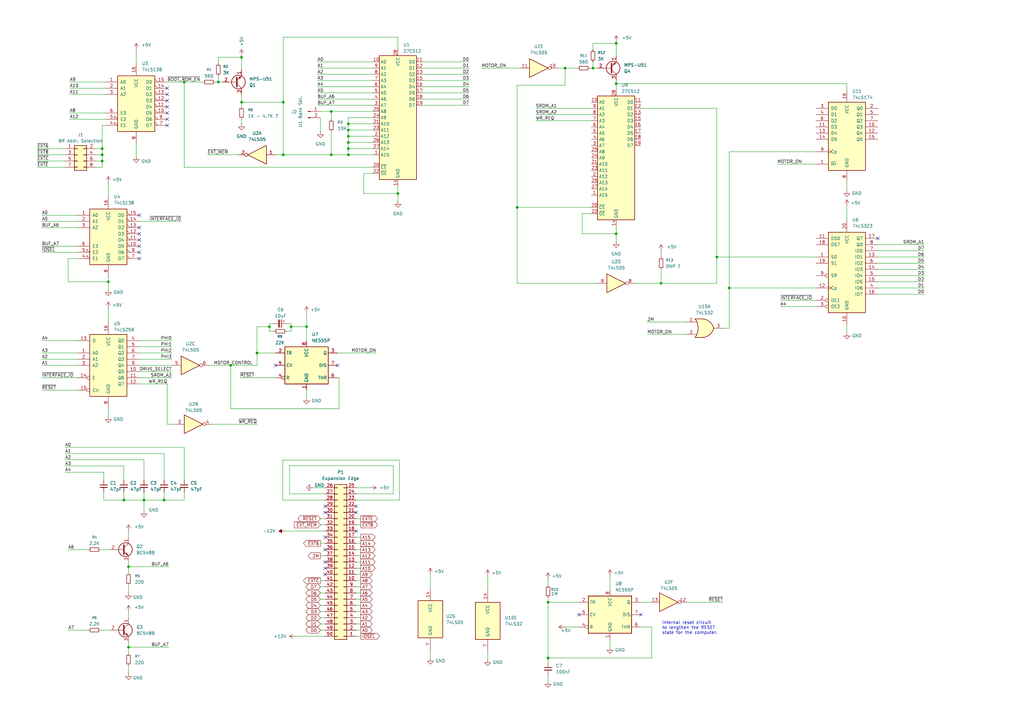
<source format=kicad_sch>
(kicad_sch
	(version 20250114)
	(generator "eeschema")
	(generator_version "9.0")
	(uuid "8d29f76a-632b-4d71-951f-82f85a7a70e9")
	(paper "A3")
	
	(text "Internal reset circuit\nto lengthen the RESET\nstate for the computer."
		(exclude_from_sim no)
		(at 271.526 257.556 0)
		(effects
			(font
				(size 1.27 1.27)
			)
			(justify left)
		)
		(uuid "e745d223-88aa-4c5a-b816-58712752427e")
	)
	(junction
		(at 142.875 58.42)
		(diameter 0)
		(color 0 0 0 0)
		(uuid "01d48d2e-1fc7-421c-8f41-f2b58efc56b7")
	)
	(junction
		(at 294.005 105.41)
		(diameter 0)
		(color 0 0 0 0)
		(uuid "03e675b2-cde7-4a9f-b737-73891919a851")
	)
	(junction
		(at 125.73 133.985)
		(diameter 0)
		(color 0 0 0 0)
		(uuid "0ad4583d-d8eb-4d76-adb3-c7769060dd3b")
	)
	(junction
		(at 116.205 63.5)
		(diameter 0)
		(color 0 0 0 0)
		(uuid "0d0b96b0-0cac-4be3-8c90-a0bf81720f30")
	)
	(junction
		(at 252.73 34.29)
		(diameter 0)
		(color 0 0 0 0)
		(uuid "1104221d-3c4b-4624-89e5-6d6d1b7641c1")
	)
	(junction
		(at 59.055 205.105)
		(diameter 0)
		(color 0 0 0 0)
		(uuid "119b48f2-1577-4777-acc9-d9aadea8fa44")
	)
	(junction
		(at 142.875 63.5)
		(diameter 0)
		(color 0 0 0 0)
		(uuid "25eda2ea-0d80-4a13-b758-8934df7b1186")
	)
	(junction
		(at 52.705 232.41)
		(diameter 0)
		(color 0 0 0 0)
		(uuid "27f91d6a-493d-4642-8480-98413ca5e9ac")
	)
	(junction
		(at 67.31 205.105)
		(diameter 0)
		(color 0 0 0 0)
		(uuid "29349294-1f3f-4640-b2ab-7410cad4308a")
	)
	(junction
		(at 41.91 60.96)
		(diameter 0)
		(color 0 0 0 0)
		(uuid "33459bfc-78a4-4df1-b7ec-4a599d3afe7a")
	)
	(junction
		(at 224.79 247.015)
		(diameter 0)
		(color 0 0 0 0)
		(uuid "40dbda5b-2943-4ae8-aae3-428a995d9144")
	)
	(junction
		(at 99.06 23.495)
		(diameter 0)
		(color 0 0 0 0)
		(uuid "44b8b299-cb67-4c66-ac52-75c305bb50bd")
	)
	(junction
		(at 231.775 27.94)
		(diameter 0)
		(color 0 0 0 0)
		(uuid "456e467a-c340-4261-b0c6-283801415ad8")
	)
	(junction
		(at 52.705 265.43)
		(diameter 0)
		(color 0 0 0 0)
		(uuid "4c902e09-bb10-45d2-b006-d3c03ff5b534")
	)
	(junction
		(at 94.615 149.86)
		(diameter 0)
		(color 0 0 0 0)
		(uuid "6726ab3c-b1c7-4628-9770-80349a61159e")
	)
	(junction
		(at 271.145 116.205)
		(diameter 0)
		(color 0 0 0 0)
		(uuid "6a27d36e-3ee6-4049-b2d9-a5eec4a9e28a")
	)
	(junction
		(at 142.875 53.34)
		(diameter 0)
		(color 0 0 0 0)
		(uuid "70a0373d-7a68-4afc-8cad-95ebda80169a")
	)
	(junction
		(at 50.8 205.105)
		(diameter 0)
		(color 0 0 0 0)
		(uuid "71096d60-8849-4e18-914c-f1c240d1136b")
	)
	(junction
		(at 224.79 269.875)
		(diameter 0)
		(color 0 0 0 0)
		(uuid "76b64b27-7a73-4b08-b213-f17e1f506d47")
	)
	(junction
		(at 99.06 41.91)
		(diameter 0)
		(color 0 0 0 0)
		(uuid "7711e55e-54cb-47ce-b3a8-2e8aa9dd75c5")
	)
	(junction
		(at 142.875 55.88)
		(diameter 0)
		(color 0 0 0 0)
		(uuid "7d515100-46c7-4cf9-8dc0-d23523a18258")
	)
	(junction
		(at 110.49 133.985)
		(diameter 0)
		(color 0 0 0 0)
		(uuid "844b3d42-fc3b-49da-af17-ab85eaa2a916")
	)
	(junction
		(at 116.205 41.91)
		(diameter 0)
		(color 0 0 0 0)
		(uuid "89f9f6ca-003e-4793-9cb6-a3f77b727816")
	)
	(junction
		(at 135.89 63.5)
		(diameter 0)
		(color 0 0 0 0)
		(uuid "8e4b6b92-3ba2-431e-a677-d8a9bcbb4d53")
	)
	(junction
		(at 89.535 33.655)
		(diameter 0)
		(color 0 0 0 0)
		(uuid "96ac1b33-3353-4ec2-8d7e-27f096740b8b")
	)
	(junction
		(at 41.91 66.04)
		(diameter 0)
		(color 0 0 0 0)
		(uuid "975256c0-eea7-4130-a316-bc2c652a05bd")
	)
	(junction
		(at 75.565 33.655)
		(diameter 0)
		(color 0 0 0 0)
		(uuid "a0580710-2a56-4930-b0e3-8d4868c9af5e")
	)
	(junction
		(at 142.875 50.8)
		(diameter 0)
		(color 0 0 0 0)
		(uuid "a8cfcd6c-4a47-461e-ab71-a6313b01b830")
	)
	(junction
		(at 44.45 115.57)
		(diameter 0)
		(color 0 0 0 0)
		(uuid "ab38b081-8964-496f-b78f-e3ea79d878ab")
	)
	(junction
		(at 119.38 133.985)
		(diameter 0)
		(color 0 0 0 0)
		(uuid "b5e679c8-0b74-4cdb-822e-7f1029921114")
	)
	(junction
		(at 135.89 45.72)
		(diameter 0)
		(color 0 0 0 0)
		(uuid "bdd0c0c9-466f-4590-9c94-69cb2bee5205")
	)
	(junction
		(at 163.195 79.375)
		(diameter 0)
		(color 0 0 0 0)
		(uuid "c1efaf1e-1e6a-4dc9-a690-69ecbc5a62b7")
	)
	(junction
		(at 142.875 60.96)
		(diameter 0)
		(color 0 0 0 0)
		(uuid "ccd3b3fb-013e-44c1-a428-6e3d38fb7d80")
	)
	(junction
		(at 105.41 144.78)
		(diameter 0)
		(color 0 0 0 0)
		(uuid "d64566e5-16a1-4196-a6d8-aa6eacebbd53")
	)
	(junction
		(at 212.09 85.09)
		(diameter 0)
		(color 0 0 0 0)
		(uuid "df39b49d-5b23-44dc-a1c6-aa5003922fd7")
	)
	(junction
		(at 252.73 17.78)
		(diameter 0)
		(color 0 0 0 0)
		(uuid "e42c29ce-c7ad-4909-a1cb-ef6abd54763d")
	)
	(junction
		(at 41.91 63.5)
		(diameter 0)
		(color 0 0 0 0)
		(uuid "e91705e5-87a1-4a8f-b2de-53f43f1d346d")
	)
	(junction
		(at 299.085 118.11)
		(diameter 0)
		(color 0 0 0 0)
		(uuid "eabe4154-27f0-4fe0-bf4a-ce8952194735")
	)
	(junction
		(at 252.73 95.885)
		(diameter 0)
		(color 0 0 0 0)
		(uuid "f91e9a1a-ea15-4d90-8a96-456092900d96")
	)
	(junction
		(at 243.205 27.94)
		(diameter 0)
		(color 0 0 0 0)
		(uuid "ff809d56-93f6-42ef-829a-e9e9f39bedf9")
	)
	(no_connect
		(at 68.58 41.275)
		(uuid "067ea82d-6d0a-41b4-9657-6bdac6e9eb80")
	)
	(no_connect
		(at 146.05 207.645)
		(uuid "09cb5ca2-f037-4767-bd4d-094c054413ca")
	)
	(no_connect
		(at 133.35 210.185)
		(uuid "0c808b20-1ba0-487f-bde6-631fcdf86992")
	)
	(no_connect
		(at 57.15 88.265)
		(uuid "2be33c63-521d-4fe9-9f17-dc1c2f289eb5")
	)
	(no_connect
		(at 133.35 233.045)
		(uuid "3df9b39c-f7bd-4e28-98f6-f2a8b555dccf")
	)
	(no_connect
		(at 138.43 149.86)
		(uuid "4019daaa-d175-4716-8904-09d06bfedf61")
	)
	(no_connect
		(at 57.15 93.345)
		(uuid "47fcd414-e92f-454d-8cf9-c819bab47b66")
	)
	(no_connect
		(at 57.15 98.425)
		(uuid "56e466e4-ae50-4c52-8452-ae5cc1b8263c")
	)
	(no_connect
		(at 57.15 100.965)
		(uuid "5d6d6ff6-70a1-4d08-88e4-fa16cf588d6d")
	)
	(no_connect
		(at 133.35 230.505)
		(uuid "5ea4b0f4-536a-4279-ac4c-04203f194641")
	)
	(no_connect
		(at 360.045 97.79)
		(uuid "6fd9fb94-f55c-448d-a789-2a7842985975")
	)
	(no_connect
		(at 146.05 210.185)
		(uuid "74c89753-aa43-46ac-82d6-f1c8035f7dc9")
	)
	(no_connect
		(at 133.35 225.425)
		(uuid "7f40a9b2-6015-430a-bf2e-e9397fb5675f")
	)
	(no_connect
		(at 133.35 207.645)
		(uuid "845f3c28-3ea3-4169-9f2b-9dd6d4e7a7f3")
	)
	(no_connect
		(at 57.15 103.505)
		(uuid "9ef8bd9e-b12c-49f5-b98a-096bd80c74df")
	)
	(no_connect
		(at 113.03 149.86)
		(uuid "a0e144d6-8394-4634-b8c0-13443b681e9b")
	)
	(no_connect
		(at 68.58 36.195)
		(uuid "a2180a0c-4386-4f2f-877c-d958ae4abb84")
	)
	(no_connect
		(at 146.05 217.805)
		(uuid "a65c5215-f32e-4281-a70d-d2e04994f325")
	)
	(no_connect
		(at 68.58 51.435)
		(uuid "c1d01b7b-1950-4bfc-9899-1fae010e0993")
	)
	(no_connect
		(at 262.89 252.095)
		(uuid "c2c29870-2008-4e2a-806d-97bfaa7dc01c")
	)
	(no_connect
		(at 68.58 43.815)
		(uuid "c6278f2b-666c-49ae-9735-14eae2db2129")
	)
	(no_connect
		(at 133.35 235.585)
		(uuid "cc97dbf1-a437-4548-ac8f-50dfd2b59e4a")
	)
	(no_connect
		(at 68.58 38.735)
		(uuid "cca9f809-efdf-454d-96d8-f6ab624b5dba")
	)
	(no_connect
		(at 57.15 106.045)
		(uuid "dbab1e1a-9050-44a4-99e0-1957778be5a1")
	)
	(no_connect
		(at 57.15 95.885)
		(uuid "df2d788d-d649-48d0-8944-78906433eea5")
	)
	(no_connect
		(at 133.35 220.345)
		(uuid "dfa21c67-ce2b-471f-aa3e-6773bee1e862")
	)
	(no_connect
		(at 237.49 252.095)
		(uuid "e1f2f072-03fc-46d6-8e15-2d176b03105e")
	)
	(no_connect
		(at 68.58 48.895)
		(uuid "eb444ecb-0cb7-40c7-86ab-911c11f00b8d")
	)
	(no_connect
		(at 68.58 46.355)
		(uuid "f66c9e88-bf82-4e44-ad05-32d4017aa917")
	)
	(wire
		(pts
			(xy 296.545 134.62) (xy 299.085 134.62)
		)
		(stroke
			(width 0)
			(type default)
		)
		(uuid "00367c60-a754-4e95-9edd-cce8bea00c25")
	)
	(wire
		(pts
			(xy 142.875 50.8) (xy 142.875 53.34)
		)
		(stroke
			(width 0)
			(type default)
		)
		(uuid "00b930ef-d699-4938-9298-7fe3fab82ce3")
	)
	(wire
		(pts
			(xy 231.775 27.94) (xy 236.855 27.94)
		)
		(stroke
			(width 0)
			(type default)
		)
		(uuid "02702164-451d-41ff-ab58-a6c1d483299d")
	)
	(wire
		(pts
			(xy 135.89 45.72) (xy 153.035 45.72)
		)
		(stroke
			(width 0)
			(type default)
		)
		(uuid "028d1575-8ddf-4806-9f1a-6287453b109d")
	)
	(wire
		(pts
			(xy 28.575 36.195) (xy 43.18 36.195)
		)
		(stroke
			(width 0)
			(type default)
		)
		(uuid "0372d352-2b15-4522-a99d-9b308d4b21f3")
	)
	(wire
		(pts
			(xy 17.145 139.7) (xy 31.75 139.7)
		)
		(stroke
			(width 0)
			(type default)
		)
		(uuid "039a2e32-68db-4694-b448-624d154c05e9")
	)
	(wire
		(pts
			(xy 75.565 68.58) (xy 153.035 68.58)
		)
		(stroke
			(width 0)
			(type default)
		)
		(uuid "04e6b08f-47ff-48f0-902f-06b34a473080")
	)
	(wire
		(pts
			(xy 200.025 270.51) (xy 200.025 267.335)
		)
		(stroke
			(width 0)
			(type default)
		)
		(uuid "050d480d-2f7a-433e-add8-302ec5f40b8f")
	)
	(wire
		(pts
			(xy 238.76 95.885) (xy 252.73 95.885)
		)
		(stroke
			(width 0)
			(type default)
		)
		(uuid "06bdde11-6dee-4378-a384-717d3d6dc89e")
	)
	(wire
		(pts
			(xy 130.175 27.94) (xy 153.035 27.94)
		)
		(stroke
			(width 0)
			(type default)
		)
		(uuid "06dfb504-daaa-4f2d-add6-242c3dcfd022")
	)
	(wire
		(pts
			(xy 116.205 63.5) (xy 135.89 63.5)
		)
		(stroke
			(width 0)
			(type default)
		)
		(uuid "07a57c33-fad4-4128-b302-7327187962f9")
	)
	(wire
		(pts
			(xy 118.745 191.008) (xy 118.745 202.565)
		)
		(stroke
			(width 0)
			(type default)
		)
		(uuid "07f2b615-5605-464c-80d8-11014832cdd0")
	)
	(wire
		(pts
			(xy 242.57 85.09) (xy 212.09 85.09)
		)
		(stroke
			(width 0)
			(type default)
		)
		(uuid "087acc1d-257a-46e6-889d-db1dc6ea36d6")
	)
	(wire
		(pts
			(xy 153.035 53.34) (xy 142.875 53.34)
		)
		(stroke
			(width 0)
			(type default)
		)
		(uuid "09a8356f-2fba-4704-b2da-93686ba37f38")
	)
	(wire
		(pts
			(xy 52.705 217.805) (xy 52.705 220.345)
		)
		(stroke
			(width 0)
			(type default)
		)
		(uuid "0bd7c1b6-5474-4cf3-a3b0-4b7fedb307c1")
	)
	(wire
		(pts
			(xy 146.05 250.825) (xy 147.955 250.825)
		)
		(stroke
			(width 0)
			(type default)
		)
		(uuid "0cd9d382-dd16-4687-ae20-27db55c4969f")
	)
	(wire
		(pts
			(xy 44.45 80.645) (xy 44.45 74.93)
		)
		(stroke
			(width 0)
			(type default)
		)
		(uuid "0d2d1b70-207a-40d0-8af1-3fa7ae681a58")
	)
	(wire
		(pts
			(xy 138.43 144.78) (xy 154.305 144.78)
		)
		(stroke
			(width 0)
			(type default)
		)
		(uuid "0d44a262-6871-4949-987e-f6d3ba128c01")
	)
	(wire
		(pts
			(xy 296.545 247.015) (xy 281.94 247.015)
		)
		(stroke
			(width 0)
			(type default)
		)
		(uuid "0de99fb5-5ab8-494d-b920-e72d503bb047")
	)
	(wire
		(pts
			(xy 75.565 183.515) (xy 75.565 196.85)
		)
		(stroke
			(width 0)
			(type default)
		)
		(uuid "0e7ddf80-563f-4769-838e-ac02c33390de")
	)
	(wire
		(pts
			(xy 117.475 132.715) (xy 119.38 132.715)
		)
		(stroke
			(width 0)
			(type default)
		)
		(uuid "0ea2b116-c302-4cea-badf-7244a2290c05")
	)
	(wire
		(pts
			(xy 17.145 93.345) (xy 31.75 93.345)
		)
		(stroke
			(width 0)
			(type default)
		)
		(uuid "0eeabcd7-348c-496c-bf89-9efee8011e76")
	)
	(wire
		(pts
			(xy 320.04 123.19) (xy 334.645 123.19)
		)
		(stroke
			(width 0)
			(type default)
		)
		(uuid "0f6fc622-5089-456c-b821-6d09fa8b971e")
	)
	(wire
		(pts
			(xy 360.045 110.49) (xy 379.095 110.49)
		)
		(stroke
			(width 0)
			(type default)
		)
		(uuid "0fbbdadd-c1d2-4201-a32c-ed59fa95ff2f")
	)
	(wire
		(pts
			(xy 360.045 107.95) (xy 379.095 107.95)
		)
		(stroke
			(width 0)
			(type default)
		)
		(uuid "10733e91-a582-439a-ba90-01194f2eb2be")
	)
	(wire
		(pts
			(xy 146.05 222.885) (xy 147.955 222.885)
		)
		(stroke
			(width 0)
			(type default)
		)
		(uuid "11530c3b-e92a-4222-8587-26beff227523")
	)
	(wire
		(pts
			(xy 17.145 147.32) (xy 31.75 147.32)
		)
		(stroke
			(width 0)
			(type default)
		)
		(uuid "11c1f889-0782-419a-9274-a5f46e7a77d6")
	)
	(wire
		(pts
			(xy 173.355 38.1) (xy 192.405 38.1)
		)
		(stroke
			(width 0)
			(type default)
		)
		(uuid "12110a36-4fab-4ea9-a3d2-963884a4db6c")
	)
	(wire
		(pts
			(xy 161.29 191.008) (xy 118.745 191.008)
		)
		(stroke
			(width 0)
			(type default)
		)
		(uuid "12ae0546-56ce-4946-ae78-a3f728f0fec8")
	)
	(wire
		(pts
			(xy 250.19 236.22) (xy 250.19 241.935)
		)
		(stroke
			(width 0)
			(type default)
		)
		(uuid "1320c740-cd0e-45be-9982-187011c3cf9b")
	)
	(wire
		(pts
			(xy 17.145 144.78) (xy 31.75 144.78)
		)
		(stroke
			(width 0)
			(type default)
		)
		(uuid "1347fb1c-05d5-4bce-ad58-525ca10c9c45")
	)
	(wire
		(pts
			(xy 55.88 26.035) (xy 55.88 20.32)
		)
		(stroke
			(width 0)
			(type default)
		)
		(uuid "137a59a7-d598-4881-b97f-46f227b75fef")
	)
	(wire
		(pts
			(xy 142.875 48.26) (xy 142.875 50.8)
		)
		(stroke
			(width 0)
			(type default)
		)
		(uuid "13e240cc-e045-44db-aad9-be7c942869ad")
	)
	(wire
		(pts
			(xy 142.875 60.96) (xy 142.875 63.5)
		)
		(stroke
			(width 0)
			(type default)
		)
		(uuid "14b10178-dc8e-43b4-93a3-db26bee0e398")
	)
	(wire
		(pts
			(xy 115.951 205.105) (xy 133.35 205.105)
		)
		(stroke
			(width 0)
			(type default)
		)
		(uuid "151c7a5c-1632-4466-9a42-660310eb7d64")
	)
	(wire
		(pts
			(xy 131.445 227.965) (xy 133.35 227.965)
		)
		(stroke
			(width 0)
			(type default)
		)
		(uuid "15b9b2c6-c334-4e36-8e4f-94f73fcd7630")
	)
	(wire
		(pts
			(xy 99.06 41.91) (xy 99.06 43.815)
		)
		(stroke
			(width 0)
			(type default)
		)
		(uuid "161d0a44-9055-44c3-8b4b-49f9ee93aff1")
	)
	(wire
		(pts
			(xy 146.05 215.265) (xy 147.955 215.265)
		)
		(stroke
			(width 0)
			(type default)
		)
		(uuid "16401bde-830b-4199-83e6-9779a594a4d2")
	)
	(wire
		(pts
			(xy 219.71 46.99) (xy 242.57 46.99)
		)
		(stroke
			(width 0)
			(type default)
		)
		(uuid "167b6547-428e-4b78-b4bb-57b14e6b8bb4")
	)
	(wire
		(pts
			(xy 131.445 253.365) (xy 133.35 253.365)
		)
		(stroke
			(width 0)
			(type default)
		)
		(uuid "17982d4b-6e11-43bc-b285-ce88a4c766c4")
	)
	(wire
		(pts
			(xy 89.535 31.115) (xy 89.535 33.655)
		)
		(stroke
			(width 0)
			(type default)
		)
		(uuid "17b7681b-e633-43fc-a18a-0ddee7df8334")
	)
	(wire
		(pts
			(xy 153.035 63.5) (xy 142.875 63.5)
		)
		(stroke
			(width 0)
			(type default)
		)
		(uuid "17c0f294-6f59-420f-a498-046a3788627d")
	)
	(wire
		(pts
			(xy 252.73 33.02) (xy 252.73 34.29)
		)
		(stroke
			(width 0)
			(type default)
		)
		(uuid "17f5ec05-484f-42c6-aa1d-4ecaad2e0a48")
	)
	(wire
		(pts
			(xy 44.45 132.08) (xy 44.45 126.365)
		)
		(stroke
			(width 0)
			(type default)
		)
		(uuid "181dc5f1-5c34-47c5-ae2d-02186a1e3414")
	)
	(wire
		(pts
			(xy 39.37 60.96) (xy 41.91 60.96)
		)
		(stroke
			(width 0)
			(type default)
		)
		(uuid "18798bd8-534d-4d88-aa33-c34029bcb2d6")
	)
	(wire
		(pts
			(xy 231.775 34.925) (xy 231.775 27.94)
		)
		(stroke
			(width 0)
			(type default)
		)
		(uuid "19149279-9d29-4e69-9087-e53efb3aa111")
	)
	(wire
		(pts
			(xy 26.67 193.675) (xy 42.545 193.675)
		)
		(stroke
			(width 0)
			(type default)
		)
		(uuid "1b654f03-7664-444c-badc-996edbde7bfc")
	)
	(wire
		(pts
			(xy 146.05 248.285) (xy 147.955 248.285)
		)
		(stroke
			(width 0)
			(type default)
		)
		(uuid "1bdb2ec4-0b54-486d-ab8a-3a3cf73fc46f")
	)
	(wire
		(pts
			(xy 219.71 44.45) (xy 242.57 44.45)
		)
		(stroke
			(width 0)
			(type default)
		)
		(uuid "1dcb9c7e-a1d1-4cff-8a68-ff1818bd876d")
	)
	(wire
		(pts
			(xy 163.83 205.105) (xy 163.83 188.722)
		)
		(stroke
			(width 0)
			(type default)
		)
		(uuid "203d27a7-ebba-4d12-badd-bc5fc73a868a")
	)
	(wire
		(pts
			(xy 212.09 116.205) (xy 245.11 116.205)
		)
		(stroke
			(width 0)
			(type default)
		)
		(uuid "20d6f71f-d422-4f37-8f22-9c821962aff0")
	)
	(wire
		(pts
			(xy 99.06 48.895) (xy 99.06 50.8)
		)
		(stroke
			(width 0)
			(type default)
		)
		(uuid "21841d3e-9963-449b-9217-31c730563b74")
	)
	(wire
		(pts
			(xy 43.18 51.435) (xy 41.91 51.435)
		)
		(stroke
			(width 0)
			(type default)
		)
		(uuid "21a6df2d-d137-446a-99d5-38aec9f76e17")
	)
	(wire
		(pts
			(xy 176.53 241.3) (xy 176.53 235.585)
		)
		(stroke
			(width 0)
			(type default)
		)
		(uuid "229b99e3-e197-4a06-9a3f-0ec14bce2091")
	)
	(wire
		(pts
			(xy 347.345 36.83) (xy 347.345 34.29)
		)
		(stroke
			(width 0)
			(type default)
		)
		(uuid "234de9b3-cd73-4953-b1d1-d8ae6be1efa5")
	)
	(wire
		(pts
			(xy 17.145 88.265) (xy 31.75 88.265)
		)
		(stroke
			(width 0)
			(type default)
		)
		(uuid "23d03d7f-3fa3-4262-94ef-c7d67723f473")
	)
	(wire
		(pts
			(xy 146.05 240.665) (xy 147.955 240.665)
		)
		(stroke
			(width 0)
			(type default)
		)
		(uuid "25d35aca-2b44-482d-a9c6-cd18913cbaf2")
	)
	(wire
		(pts
			(xy 52.705 250.825) (xy 52.705 253.365)
		)
		(stroke
			(width 0)
			(type default)
		)
		(uuid "29947b21-19f9-4dea-afde-98ba13f39b07")
	)
	(wire
		(pts
			(xy 243.205 17.78) (xy 252.73 17.78)
		)
		(stroke
			(width 0)
			(type default)
		)
		(uuid "29d23236-6145-4cf1-8486-8f39066639a1")
	)
	(wire
		(pts
			(xy 128.27 200.025) (xy 133.35 200.025)
		)
		(stroke
			(width 0)
			(type default)
		)
		(uuid "2a61f7db-2c66-4b9e-b2b0-91ca8c97dee9")
	)
	(wire
		(pts
			(xy 146.05 235.585) (xy 147.955 235.585)
		)
		(stroke
			(width 0)
			(type default)
		)
		(uuid "2ab04268-d2c1-443d-9da8-f95d2b922db2")
	)
	(wire
		(pts
			(xy 41.91 66.04) (xy 41.91 68.58)
		)
		(stroke
			(width 0)
			(type default)
		)
		(uuid "2c6ab259-f194-44c0-847e-8e1b0ea7f876")
	)
	(wire
		(pts
			(xy 44.45 118.745) (xy 44.45 115.57)
		)
		(stroke
			(width 0)
			(type default)
		)
		(uuid "2cfef103-2bfc-450e-addc-725ce57e70bc")
	)
	(wire
		(pts
			(xy 149.225 71.12) (xy 149.225 79.375)
		)
		(stroke
			(width 0)
			(type default)
		)
		(uuid "2df966cc-2b81-4d1e-a11e-3e09c4187e92")
	)
	(wire
		(pts
			(xy 75.565 33.655) (xy 83.185 33.655)
		)
		(stroke
			(width 0)
			(type default)
		)
		(uuid "2eedc8d3-ab80-4b32-86f1-5373fe2d01ad")
	)
	(wire
		(pts
			(xy 131.445 243.205) (xy 133.35 243.205)
		)
		(stroke
			(width 0)
			(type default)
		)
		(uuid "2f250031-cd09-4dcd-a85f-5ef9ad5a6c05")
	)
	(wire
		(pts
			(xy 252.73 22.86) (xy 252.73 17.78)
		)
		(stroke
			(width 0)
			(type default)
		)
		(uuid "3000a22f-38f0-4692-9b37-026572a6105c")
	)
	(wire
		(pts
			(xy 42.545 201.93) (xy 42.545 205.105)
		)
		(stroke
			(width 0)
			(type default)
		)
		(uuid "30b48cb1-c917-43bc-a391-49b170fb8b4f")
	)
	(wire
		(pts
			(xy 347.345 34.29) (xy 252.73 34.29)
		)
		(stroke
			(width 0)
			(type default)
		)
		(uuid "32cd3b18-f89a-4046-990f-db49ca108d6d")
	)
	(wire
		(pts
			(xy 28.575 33.655) (xy 43.18 33.655)
		)
		(stroke
			(width 0)
			(type default)
		)
		(uuid "32ebe881-783b-4267-a979-85a0df767077")
	)
	(wire
		(pts
			(xy 39.37 63.5) (xy 41.91 63.5)
		)
		(stroke
			(width 0)
			(type default)
		)
		(uuid "33d24365-71fa-4944-86cf-cdb5c082970f")
	)
	(wire
		(pts
			(xy 153.035 60.96) (xy 142.875 60.96)
		)
		(stroke
			(width 0)
			(type default)
		)
		(uuid "354c46bf-479b-4cd6-8d12-18e67378f9da")
	)
	(wire
		(pts
			(xy 130.175 33.02) (xy 153.035 33.02)
		)
		(stroke
			(width 0)
			(type default)
		)
		(uuid "3559a3b7-6e34-4348-9046-05da7a766a55")
	)
	(wire
		(pts
			(xy 110.49 133.985) (xy 110.49 135.89)
		)
		(stroke
			(width 0)
			(type default)
		)
		(uuid "356394c8-8be9-4f76-a468-a35cea541327")
	)
	(wire
		(pts
			(xy 146.05 253.365) (xy 147.955 253.365)
		)
		(stroke
			(width 0)
			(type default)
		)
		(uuid "35ee101e-87d7-4b57-ab93-1eb6551f657b")
	)
	(wire
		(pts
			(xy 146.05 260.985) (xy 147.955 260.985)
		)
		(stroke
			(width 0)
			(type default)
		)
		(uuid "36320a72-48da-4e36-8f3e-297e7299917f")
	)
	(wire
		(pts
			(xy 26.67 188.595) (xy 59.055 188.595)
		)
		(stroke
			(width 0)
			(type default)
		)
		(uuid "3694733d-86af-46a1-8dc1-456788fd8d63")
	)
	(wire
		(pts
			(xy 334.645 67.31) (xy 318.77 67.31)
		)
		(stroke
			(width 0)
			(type default)
		)
		(uuid "372bef3a-b302-43cd-bd7a-91eefb50d7cd")
	)
	(wire
		(pts
			(xy 139.065 167.64) (xy 94.615 167.64)
		)
		(stroke
			(width 0)
			(type default)
		)
		(uuid "38391f55-1090-4ec8-a25b-ece190feb46f")
	)
	(wire
		(pts
			(xy 242.57 87.63) (xy 238.76 87.63)
		)
		(stroke
			(width 0)
			(type default)
		)
		(uuid "3a121df1-4384-4829-b0fd-d404e6f09046")
	)
	(wire
		(pts
			(xy 125.73 128.27) (xy 125.73 133.985)
		)
		(stroke
			(width 0)
			(type default)
		)
		(uuid "3a95493b-7484-4346-9882-fb2bcd0208e9")
	)
	(wire
		(pts
			(xy 224.79 276.86) (xy 224.79 279.4)
		)
		(stroke
			(width 0)
			(type default)
		)
		(uuid "3df7056d-195e-414b-ad76-ef2667280e73")
	)
	(wire
		(pts
			(xy 212.09 85.09) (xy 212.09 34.925)
		)
		(stroke
			(width 0)
			(type default)
		)
		(uuid "3e6466a0-45d4-4e8e-b64a-89bdd4edd308")
	)
	(wire
		(pts
			(xy 31.75 106.045) (xy 27.94 106.045)
		)
		(stroke
			(width 0)
			(type default)
		)
		(uuid "3fff86d1-0215-40f2-b4f5-1d9d13e46f2d")
	)
	(wire
		(pts
			(xy 163.195 15.24) (xy 116.205 15.24)
		)
		(stroke
			(width 0)
			(type default)
		)
		(uuid "4196cbba-2973-4cb2-a76a-dc0b2a7f6eb3")
	)
	(wire
		(pts
			(xy 153.035 55.88) (xy 142.875 55.88)
		)
		(stroke
			(width 0)
			(type default)
		)
		(uuid "41a8ff62-2046-4fd2-845e-ad564c5185c0")
	)
	(wire
		(pts
			(xy 110.49 135.89) (xy 112.395 135.89)
		)
		(stroke
			(width 0)
			(type default)
		)
		(uuid "48a047e9-1f5e-45b7-bd1a-7b9d1d79dc86")
	)
	(wire
		(pts
			(xy 59.055 205.105) (xy 59.055 209.55)
		)
		(stroke
			(width 0)
			(type default)
		)
		(uuid "4901b3ad-5dc8-4e8e-85f5-a46cc078a23e")
	)
	(wire
		(pts
			(xy 28.575 38.735) (xy 43.18 38.735)
		)
		(stroke
			(width 0)
			(type default)
		)
		(uuid "490d48b1-f053-4697-8c4f-7354f1c4942b")
	)
	(wire
		(pts
			(xy 281.305 137.16) (xy 265.43 137.16)
		)
		(stroke
			(width 0)
			(type default)
		)
		(uuid "499fc042-8c25-4e4f-a22e-43b437f16576")
	)
	(wire
		(pts
			(xy 113.03 63.5) (xy 116.205 63.5)
		)
		(stroke
			(width 0)
			(type default)
		)
		(uuid "49a0cf47-be00-4eb0-a74c-1952d5948619")
	)
	(wire
		(pts
			(xy 250.19 265.43) (xy 250.19 262.255)
		)
		(stroke
			(width 0)
			(type default)
		)
		(uuid "4dea31ec-81e4-4832-b049-0166d52c0a76")
	)
	(wire
		(pts
			(xy 299.085 62.23) (xy 334.645 62.23)
		)
		(stroke
			(width 0)
			(type default)
		)
		(uuid "4ef6d5b9-95f0-4aa5-9f0c-8ee8cffabfc2")
	)
	(wire
		(pts
			(xy 131.445 238.125) (xy 133.35 238.125)
		)
		(stroke
			(width 0)
			(type default)
		)
		(uuid "4faa7985-0186-4e99-b44b-c38c9bbb3ee9")
	)
	(wire
		(pts
			(xy 44.45 115.57) (xy 44.45 113.665)
		)
		(stroke
			(width 0)
			(type default)
		)
		(uuid "5027c0f5-3385-4cf5-a58c-1f5e98487041")
	)
	(wire
		(pts
			(xy 131.445 245.745) (xy 133.35 245.745)
		)
		(stroke
			(width 0)
			(type default)
		)
		(uuid "50614a38-6480-4f87-98cc-9f11de71a2bd")
	)
	(wire
		(pts
			(xy 110.49 132.715) (xy 110.49 133.985)
		)
		(stroke
			(width 0)
			(type default)
		)
		(uuid "506c55e2-080c-4104-90ce-2ba3d9f9437b")
	)
	(wire
		(pts
			(xy 267.335 269.875) (xy 224.79 269.875)
		)
		(stroke
			(width 0)
			(type default)
		)
		(uuid "52d72e79-91a6-440a-be37-b2a4392b419e")
	)
	(wire
		(pts
			(xy 85.09 63.5) (xy 97.79 63.5)
		)
		(stroke
			(width 0)
			(type default)
		)
		(uuid "531236f9-7668-4b77-9f03-d5c4d0bfea5c")
	)
	(wire
		(pts
			(xy 26.67 183.515) (xy 75.565 183.515)
		)
		(stroke
			(width 0)
			(type default)
		)
		(uuid "53436af9-f1c5-4c5b-9a19-85985208e0e2")
	)
	(wire
		(pts
			(xy 146.05 258.445) (xy 147.955 258.445)
		)
		(stroke
			(width 0)
			(type default)
		)
		(uuid "568e7785-c5b9-4059-9643-5fbc6eaade3b")
	)
	(wire
		(pts
			(xy 50.8 191.135) (xy 50.8 196.85)
		)
		(stroke
			(width 0)
			(type default)
		)
		(uuid "568f02af-84ae-47cd-ae39-8c553b93519e")
	)
	(wire
		(pts
			(xy 153.035 50.8) (xy 142.875 50.8)
		)
		(stroke
			(width 0)
			(type default)
		)
		(uuid "586bfb2a-e810-42cc-b024-bcbecedd38f3")
	)
	(wire
		(pts
			(xy 28.575 48.895) (xy 43.18 48.895)
		)
		(stroke
			(width 0)
			(type default)
		)
		(uuid "592a6608-e914-455a-a672-a13f5e90cb0d")
	)
	(wire
		(pts
			(xy 238.76 87.63) (xy 238.76 95.885)
		)
		(stroke
			(width 0)
			(type default)
		)
		(uuid "597456b4-79e1-4f0f-81f5-89662977ed82")
	)
	(wire
		(pts
			(xy 27.94 225.425) (xy 36.195 225.425)
		)
		(stroke
			(width 0)
			(type default)
		)
		(uuid "5bcb0dc6-e631-44cb-84ba-13e6a1ffd1f7")
	)
	(wire
		(pts
			(xy 105.41 144.78) (xy 105.41 149.86)
		)
		(stroke
			(width 0)
			(type default)
		)
		(uuid "5d83f044-9394-4256-afc9-db78e5f3719f")
	)
	(wire
		(pts
			(xy 115.951 188.722) (xy 115.951 205.105)
		)
		(stroke
			(width 0)
			(type default)
		)
		(uuid "5dc6b905-8c81-4f61-a027-da94067e26a0")
	)
	(wire
		(pts
			(xy 163.195 20.32) (xy 163.195 15.24)
		)
		(stroke
			(width 0)
			(type default)
		)
		(uuid "5fd3da55-3230-40c9-be5c-74c7a33e6c37")
	)
	(wire
		(pts
			(xy 135.89 63.5) (xy 142.875 63.5)
		)
		(stroke
			(width 0)
			(type default)
		)
		(uuid "604dc9a7-75f7-4abf-8d52-2ff49d51fe7b")
	)
	(wire
		(pts
			(xy 262.89 257.175) (xy 267.335 257.175)
		)
		(stroke
			(width 0)
			(type default)
		)
		(uuid "633fc568-ca5f-4cbc-a998-af43cc8dfa46")
	)
	(wire
		(pts
			(xy 212.09 85.09) (xy 212.09 116.205)
		)
		(stroke
			(width 0)
			(type default)
		)
		(uuid "657523f1-25fc-46b0-a2b6-0a17d8dadd80")
	)
	(wire
		(pts
			(xy 224.79 247.015) (xy 237.49 247.015)
		)
		(stroke
			(width 0)
			(type default)
		)
		(uuid "65774efb-3f45-4361-b7be-5d4f5f372f47")
	)
	(wire
		(pts
			(xy 161.29 202.565) (xy 161.29 191.008)
		)
		(stroke
			(width 0)
			(type default)
		)
		(uuid "6771efae-95cf-4487-be0a-fa7f4be4608a")
	)
	(wire
		(pts
			(xy 360.045 113.03) (xy 379.095 113.03)
		)
		(stroke
			(width 0)
			(type default)
		)
		(uuid "67f3e5c3-ce62-4701-a3a3-e66e5808453c")
	)
	(wire
		(pts
			(xy 112.395 132.715) (xy 110.49 132.715)
		)
		(stroke
			(width 0)
			(type default)
		)
		(uuid "680fd1f6-aaed-42ba-938b-a87dfc15ffaf")
	)
	(wire
		(pts
			(xy 142.875 55.88) (xy 142.875 58.42)
		)
		(stroke
			(width 0)
			(type default)
		)
		(uuid "699b8ab7-09c8-4085-98fd-cd026e035585")
	)
	(wire
		(pts
			(xy 200.025 241.935) (xy 200.025 236.22)
		)
		(stroke
			(width 0)
			(type default)
		)
		(uuid "69ca5b52-3037-44ea-a36a-a926e68d3b1e")
	)
	(wire
		(pts
			(xy 153.035 58.42) (xy 142.875 58.42)
		)
		(stroke
			(width 0)
			(type default)
		)
		(uuid "69db8330-1848-4c7d-b684-039e3999543a")
	)
	(wire
		(pts
			(xy 57.15 139.7) (xy 70.485 139.7)
		)
		(stroke
			(width 0)
			(type default)
		)
		(uuid "6b063f0c-1552-4ab5-bb68-9a966d79b079")
	)
	(wire
		(pts
			(xy 360.045 105.41) (xy 379.095 105.41)
		)
		(stroke
			(width 0)
			(type default)
		)
		(uuid "6bf43223-458d-4691-a6cd-9b58fee860a4")
	)
	(wire
		(pts
			(xy 135.89 48.895) (xy 135.89 45.72)
		)
		(stroke
			(width 0)
			(type default)
		)
		(uuid "6c901aca-2020-4c1f-9402-d794e8f3fe71")
	)
	(wire
		(pts
			(xy 41.91 60.96) (xy 41.91 63.5)
		)
		(stroke
			(width 0)
			(type default)
		)
		(uuid "6c963ff3-bd07-4aac-be9d-f6c4800c2195")
	)
	(wire
		(pts
			(xy 44.45 170.815) (xy 44.45 167.64)
		)
		(stroke
			(width 0)
			(type default)
		)
		(uuid "6d8f5813-5c5e-490d-9b15-efbe99c89e37")
	)
	(wire
		(pts
			(xy 105.41 133.985) (xy 105.41 144.78)
		)
		(stroke
			(width 0)
			(type default)
		)
		(uuid "707adba0-4bff-455b-a6dc-bf42cb6a9326")
	)
	(wire
		(pts
			(xy 26.67 186.055) (xy 67.31 186.055)
		)
		(stroke
			(width 0)
			(type default)
		)
		(uuid "71b46cd7-7ba5-4e6e-af88-0a8a758e4906")
	)
	(wire
		(pts
			(xy 139.065 154.94) (xy 139.065 167.64)
		)
		(stroke
			(width 0)
			(type default)
		)
		(uuid "72280539-8a7e-43d5-ae2b-da914e0be411")
	)
	(wire
		(pts
			(xy 131.445 240.665) (xy 133.35 240.665)
		)
		(stroke
			(width 0)
			(type default)
		)
		(uuid "725bffae-5de0-4640-965f-640141a71ae9")
	)
	(wire
		(pts
			(xy 50.8 201.93) (xy 50.8 205.105)
		)
		(stroke
			(width 0)
			(type default)
		)
		(uuid "72f42fec-38bd-4cfb-9cd9-34c81fca0308")
	)
	(wire
		(pts
			(xy 15.24 68.58) (xy 26.67 68.58)
		)
		(stroke
			(width 0)
			(type default)
		)
		(uuid "74512bc5-9132-4e7d-a42a-9db378710d27")
	)
	(wire
		(pts
			(xy 75.565 205.105) (xy 75.565 201.93)
		)
		(stroke
			(width 0)
			(type default)
		)
		(uuid "74c9d810-ea8f-452a-9fd3-2337434b7836")
	)
	(wire
		(pts
			(xy 113.03 144.78) (xy 105.41 144.78)
		)
		(stroke
			(width 0)
			(type default)
		)
		(uuid "758c60fa-bfa0-4918-95ed-f855ec1a5f77")
	)
	(wire
		(pts
			(xy 131.445 255.905) (xy 133.35 255.905)
		)
		(stroke
			(width 0)
			(type default)
		)
		(uuid "75cc97bb-2ee9-4b10-ba4a-ece6593cb1be")
	)
	(wire
		(pts
			(xy 121.285 260.985) (xy 133.35 260.985)
		)
		(stroke
			(width 0)
			(type default)
		)
		(uuid "7681ddee-2938-4e36-a2fd-18aef84be339")
	)
	(wire
		(pts
			(xy 224.79 269.875) (xy 224.79 247.015)
		)
		(stroke
			(width 0)
			(type default)
		)
		(uuid "77784833-0d85-481d-a6cc-04b516765d89")
	)
	(wire
		(pts
			(xy 163.195 79.375) (xy 163.195 82.55)
		)
		(stroke
			(width 0)
			(type default)
		)
		(uuid "796d7324-1a11-4fba-9c27-5b4438d23fd1")
	)
	(wire
		(pts
			(xy 41.91 51.435) (xy 41.91 60.96)
		)
		(stroke
			(width 0)
			(type default)
		)
		(uuid "7a107b3c-7620-4db3-a25a-b8bb349be3fe")
	)
	(wire
		(pts
			(xy 219.71 49.53) (xy 242.57 49.53)
		)
		(stroke
			(width 0)
			(type default)
		)
		(uuid "7b3d0782-4e58-4eeb-9781-d3f194d15c75")
	)
	(wire
		(pts
			(xy 146.05 220.345) (xy 147.955 220.345)
		)
		(stroke
			(width 0)
			(type default)
		)
		(uuid "7d1c51e5-11f3-42a0-8b7f-7ff383ed264d")
	)
	(wire
		(pts
			(xy 130.175 43.18) (xy 153.035 43.18)
		)
		(stroke
			(width 0)
			(type default)
		)
		(uuid "7ef3231d-f5ed-478d-8ed6-7c30ed2e2de9")
	)
	(wire
		(pts
			(xy 119.38 132.715) (xy 119.38 133.985)
		)
		(stroke
			(width 0)
			(type default)
		)
		(uuid "80644203-875f-44d0-b2c6-941dd3854dd2")
	)
	(wire
		(pts
			(xy 119.38 133.985) (xy 119.38 135.89)
		)
		(stroke
			(width 0)
			(type default)
		)
		(uuid "80dd9f19-8ba2-4076-a59c-55df0a0d4748")
	)
	(wire
		(pts
			(xy 75.565 68.58) (xy 75.565 33.655)
		)
		(stroke
			(width 0)
			(type default)
		)
		(uuid "8206c782-889e-40b2-aad4-6c4c9ca051e0")
	)
	(wire
		(pts
			(xy 176.53 269.875) (xy 176.53 266.7)
		)
		(stroke
			(width 0)
			(type default)
		)
		(uuid "8366a0ec-690d-4c93-a339-19b92216f006")
	)
	(wire
		(pts
			(xy 27.94 258.445) (xy 36.195 258.445)
		)
		(stroke
			(width 0)
			(type default)
		)
		(uuid "84167642-c164-4c17-8df4-e3af0cf3727a")
	)
	(wire
		(pts
			(xy 228.6 27.94) (xy 231.775 27.94)
		)
		(stroke
			(width 0)
			(type default)
		)
		(uuid "84edc99f-4587-4a39-86de-2a86846e7a78")
	)
	(wire
		(pts
			(xy 252.73 95.885) (xy 252.73 99.06)
		)
		(stroke
			(width 0)
			(type default)
		)
		(uuid "852fbbde-0ee0-4cd1-8ed3-13c5fb2e5c86")
	)
	(wire
		(pts
			(xy 267.335 257.175) (xy 267.335 269.875)
		)
		(stroke
			(width 0)
			(type default)
		)
		(uuid "8558f113-27aa-4a4b-a046-46e54b280d59")
	)
	(wire
		(pts
			(xy 146.05 225.425) (xy 147.955 225.425)
		)
		(stroke
			(width 0)
			(type default)
		)
		(uuid "862b098f-dcdb-48a4-bee5-f7ec9ee0bf6b")
	)
	(wire
		(pts
			(xy 224.79 269.875) (xy 224.79 271.78)
		)
		(stroke
			(width 0)
			(type default)
		)
		(uuid "862bb233-2128-455c-8939-16e91ac6c9de")
	)
	(wire
		(pts
			(xy 68.58 157.48) (xy 68.58 173.99)
		)
		(stroke
			(width 0)
			(type default)
		)
		(uuid "876754f3-ec8c-4858-bf78-320dada86901")
	)
	(wire
		(pts
			(xy 17.145 154.94) (xy 31.75 154.94)
		)
		(stroke
			(width 0)
			(type default)
		)
		(uuid "88a0ff0c-da3a-430f-a152-0603fdde9b8a")
	)
	(wire
		(pts
			(xy 173.355 27.94) (xy 192.405 27.94)
		)
		(stroke
			(width 0)
			(type default)
		)
		(uuid "89af6f40-ed08-42fd-b7ef-f51e1ba661d3")
	)
	(wire
		(pts
			(xy 281.305 132.08) (xy 265.43 132.08)
		)
		(stroke
			(width 0)
			(type default)
		)
		(uuid "8a7c5e38-86e7-4841-834d-28a1ab47ffd9")
	)
	(wire
		(pts
			(xy 52.705 265.43) (xy 52.705 267.97)
		)
		(stroke
			(width 0)
			(type default)
		)
		(uuid "8aafc43f-f236-4215-abb9-1e87f612ed97")
	)
	(wire
		(pts
			(xy 146.05 202.565) (xy 161.29 202.565)
		)
		(stroke
			(width 0)
			(type default)
		)
		(uuid "8bec9080-3486-4c8c-be5a-ba6894140cfa")
	)
	(wire
		(pts
			(xy 17.145 100.965) (xy 31.75 100.965)
		)
		(stroke
			(width 0)
			(type default)
		)
		(uuid "8d275bf9-0ee8-43a3-af5d-161f15f0aa8a")
	)
	(wire
		(pts
			(xy 39.37 68.58) (xy 41.91 68.58)
		)
		(stroke
			(width 0)
			(type default)
		)
		(uuid "8e7c41ad-83f7-4142-8030-246fa950a6e1")
	)
	(wire
		(pts
			(xy 243.205 20.32) (xy 243.205 17.78)
		)
		(stroke
			(width 0)
			(type default)
		)
		(uuid "8ed6e3e7-7760-4c0f-9a7d-3945533beb8e")
	)
	(wire
		(pts
			(xy 138.43 154.94) (xy 139.065 154.94)
		)
		(stroke
			(width 0)
			(type default)
		)
		(uuid "8f777fc2-4b95-4d4b-8ced-e3d57933dfb4")
	)
	(wire
		(pts
			(xy 52.705 232.41) (xy 52.705 234.95)
		)
		(stroke
			(width 0)
			(type default)
		)
		(uuid "908ade44-6b8e-41c7-9373-81f914391b52")
	)
	(wire
		(pts
			(xy 130.175 25.4) (xy 153.035 25.4)
		)
		(stroke
			(width 0)
			(type default)
		)
		(uuid "91c66822-7e06-4bca-a878-eed05e1846cc")
	)
	(wire
		(pts
			(xy 131.445 222.885) (xy 133.35 222.885)
		)
		(stroke
			(width 0)
			(type default)
		)
		(uuid "92229e3a-a04c-4b2f-897b-61be92d999c5")
	)
	(wire
		(pts
			(xy 262.89 247.015) (xy 266.7 247.015)
		)
		(stroke
			(width 0)
			(type default)
		)
		(uuid "922aa033-b898-4885-a474-3705339d3d9b")
	)
	(wire
		(pts
			(xy 99.06 41.91) (xy 116.205 41.91)
		)
		(stroke
			(width 0)
			(type default)
		)
		(uuid "9272080f-68e5-4b70-966b-bf8d5efef7e9")
	)
	(wire
		(pts
			(xy 41.275 225.425) (xy 45.085 225.425)
		)
		(stroke
			(width 0)
			(type default)
		)
		(uuid "92a1c764-7440-4f80-a1da-118bf1227c09")
	)
	(wire
		(pts
			(xy 89.535 33.655) (xy 91.44 33.655)
		)
		(stroke
			(width 0)
			(type default)
		)
		(uuid "9337a77d-4611-4f92-813d-a0bc00edda68")
	)
	(wire
		(pts
			(xy 163.195 76.2) (xy 163.195 79.375)
		)
		(stroke
			(width 0)
			(type default)
		)
		(uuid "9343c07a-5c04-41fc-af58-39456bfb33f6")
	)
	(wire
		(pts
			(xy 130.175 35.56) (xy 153.035 35.56)
		)
		(stroke
			(width 0)
			(type default)
		)
		(uuid "93994a67-08d2-477e-b0ae-77b111b4b45e")
	)
	(wire
		(pts
			(xy 294.005 44.45) (xy 294.005 105.41)
		)
		(stroke
			(width 0)
			(type default)
		)
		(uuid "946472ad-e45f-45ad-929b-f89dddb0c81f")
	)
	(wire
		(pts
			(xy 50.8 205.105) (xy 59.055 205.105)
		)
		(stroke
			(width 0)
			(type default)
		)
		(uuid "94e7ab1c-7824-4020-aa73-f433b269534b")
	)
	(wire
		(pts
			(xy 347.345 136.525) (xy 347.345 133.35)
		)
		(stroke
			(width 0)
			(type default)
		)
		(uuid "94f4ab29-2674-4458-9001-c1e547f839ac")
	)
	(wire
		(pts
			(xy 130.175 40.64) (xy 153.035 40.64)
		)
		(stroke
			(width 0)
			(type default)
		)
		(uuid "95e3704d-edf0-4662-bad4-1ed5a93189d2")
	)
	(wire
		(pts
			(xy 52.705 232.41) (xy 69.215 232.41)
		)
		(stroke
			(width 0)
			(type default)
		)
		(uuid "960f0416-95a8-408a-ab1b-ce3ec01dcf36")
	)
	(wire
		(pts
			(xy 57.15 152.4) (xy 70.485 152.4)
		)
		(stroke
			(width 0)
			(type default)
		)
		(uuid "96c36043-bd2c-4294-b268-e9026d347085")
	)
	(wire
		(pts
			(xy 173.355 35.56) (xy 192.405 35.56)
		)
		(stroke
			(width 0)
			(type default)
		)
		(uuid "96e214f2-8d90-40bd-94eb-6f64a25f4182")
	)
	(wire
		(pts
			(xy 243.205 25.4) (xy 243.205 27.94)
		)
		(stroke
			(width 0)
			(type default)
		)
		(uuid "9704303b-5d01-4267-aeb0-ff7dfd73883c")
	)
	(wire
		(pts
			(xy 17.145 90.805) (xy 31.75 90.805)
		)
		(stroke
			(width 0)
			(type default)
		)
		(uuid "99091072-dbaf-4e15-9401-e76f3766a5cc")
	)
	(wire
		(pts
			(xy 17.145 103.505) (xy 31.75 103.505)
		)
		(stroke
			(width 0)
			(type default)
		)
		(uuid "995a8957-ef14-4ba2-92cd-a0273c9daa1c")
	)
	(wire
		(pts
			(xy 320.04 125.73) (xy 334.645 125.73)
		)
		(stroke
			(width 0)
			(type default)
		)
		(uuid "99c92cb8-f1f4-45dc-8587-4004b8d0a44b")
	)
	(wire
		(pts
			(xy 146.05 230.505) (xy 147.955 230.505)
		)
		(stroke
			(width 0)
			(type default)
		)
		(uuid "9cb99440-ab2a-437d-ad9d-b2daa0d8964a")
	)
	(wire
		(pts
			(xy 52.705 240.03) (xy 52.705 243.205)
		)
		(stroke
			(width 0)
			(type default)
		)
		(uuid "9f777b70-29ba-4988-b309-31140c26bef3")
	)
	(wire
		(pts
			(xy 94.615 149.86) (xy 105.41 149.86)
		)
		(stroke
			(width 0)
			(type default)
		)
		(uuid "a13f301b-d1ab-450c-b7e6-066f4d8dd76f")
	)
	(wire
		(pts
			(xy 173.355 43.18) (xy 192.405 43.18)
		)
		(stroke
			(width 0)
			(type default)
		)
		(uuid "a1e7fb96-1e23-4223-b929-ed033917fe47")
	)
	(wire
		(pts
			(xy 243.205 27.94) (xy 245.11 27.94)
		)
		(stroke
			(width 0)
			(type default)
		)
		(uuid "a273ce1a-b707-4673-ab7a-538029ad3a1b")
	)
	(wire
		(pts
			(xy 360.045 100.33) (xy 379.095 100.33)
		)
		(stroke
			(width 0)
			(type default)
		)
		(uuid "a31fe004-2ef8-4e9f-b14d-45d3b72d53ca")
	)
	(wire
		(pts
			(xy 86.995 173.99) (xy 105.41 173.99)
		)
		(stroke
			(width 0)
			(type default)
		)
		(uuid "a3e1abba-353e-4d6e-b37e-8e00b4b39648")
	)
	(wire
		(pts
			(xy 360.045 102.87) (xy 379.095 102.87)
		)
		(stroke
			(width 0)
			(type default)
		)
		(uuid "a42b674f-7090-4465-b6ed-4fad4de42cd0")
	)
	(wire
		(pts
			(xy 110.49 133.985) (xy 105.41 133.985)
		)
		(stroke
			(width 0)
			(type default)
		)
		(uuid "a4c2e906-0f95-4236-9900-ebc8118fcfaf")
	)
	(wire
		(pts
			(xy 271.145 116.205) (xy 294.005 116.205)
		)
		(stroke
			(width 0)
			(type default)
		)
		(uuid "a5fc8ce0-8644-44d7-82ff-88756b567fa3")
	)
	(wire
		(pts
			(xy 59.055 188.595) (xy 59.055 196.85)
		)
		(stroke
			(width 0)
			(type default)
		)
		(uuid "a8a56e6d-2aca-4944-84cb-06b1a40cf431")
	)
	(wire
		(pts
			(xy 119.38 133.985) (xy 125.73 133.985)
		)
		(stroke
			(width 0)
			(type default)
		)
		(uuid "a91de427-2613-4577-8bbb-e2e08005531b")
	)
	(wire
		(pts
			(xy 299.085 62.23) (xy 299.085 118.11)
		)
		(stroke
			(width 0)
			(type default)
		)
		(uuid "aaba36d1-c63f-45fd-8a71-0cc17dfe2706")
	)
	(wire
		(pts
			(xy 52.705 265.43) (xy 69.215 265.43)
		)
		(stroke
			(width 0)
			(type default)
		)
		(uuid "abe2a5f1-74eb-492c-a676-4e9764767665")
	)
	(wire
		(pts
			(xy 41.275 258.445) (xy 45.085 258.445)
		)
		(stroke
			(width 0)
			(type default)
		)
		(uuid "ac4563f4-c4b4-49f7-af78-58321bea7a8e")
	)
	(wire
		(pts
			(xy 125.73 133.985) (xy 125.73 139.7)
		)
		(stroke
			(width 0)
			(type default)
		)
		(uuid "acbeb885-ef0a-4e85-8df1-0a3616543b37")
	)
	(wire
		(pts
			(xy 99.06 23.495) (xy 99.06 22.86)
		)
		(stroke
			(width 0)
			(type default)
		)
		(uuid "acf9f79a-2735-47f6-811b-4a563edf7a5a")
	)
	(wire
		(pts
			(xy 94.615 167.64) (xy 94.615 149.86)
		)
		(stroke
			(width 0)
			(type default)
		)
		(uuid "adefed2d-0525-4390-b2e3-8acfdcd529f9")
	)
	(wire
		(pts
			(xy 146.05 255.905) (xy 147.955 255.905)
		)
		(stroke
			(width 0)
			(type default)
		)
		(uuid "aec0ebfd-1a4a-4ce3-b682-286c0adf9d01")
	)
	(wire
		(pts
			(xy 294.005 105.41) (xy 334.645 105.41)
		)
		(stroke
			(width 0)
			(type default)
		)
		(uuid "b04f6637-78f8-4c6c-bca7-5fd42b2818c6")
	)
	(wire
		(pts
			(xy 68.58 33.655) (xy 75.565 33.655)
		)
		(stroke
			(width 0)
			(type default)
		)
		(uuid "b05aae7f-e04a-404a-8e6b-00f178fc389e")
	)
	(wire
		(pts
			(xy 146.05 245.745) (xy 147.955 245.745)
		)
		(stroke
			(width 0)
			(type default)
		)
		(uuid "b21de7ae-f82f-4a0b-91fb-cb63fdcdad41")
	)
	(wire
		(pts
			(xy 116.205 15.24) (xy 116.205 41.91)
		)
		(stroke
			(width 0)
			(type default)
		)
		(uuid "b21e4f99-253a-48ce-8d6a-69eca50b1229")
	)
	(wire
		(pts
			(xy 173.355 30.48) (xy 192.405 30.48)
		)
		(stroke
			(width 0)
			(type default)
		)
		(uuid "b31b94c0-6ef5-40a6-ae4c-7acb651a3156")
	)
	(wire
		(pts
			(xy 241.935 27.94) (xy 243.205 27.94)
		)
		(stroke
			(width 0)
			(type default)
		)
		(uuid "b6d5acff-379a-461c-91be-1068a1ab4850")
	)
	(wire
		(pts
			(xy 119.38 135.89) (xy 117.475 135.89)
		)
		(stroke
			(width 0)
			(type default)
		)
		(uuid "b74aa070-a775-44cd-b721-fe3286d3f520")
	)
	(wire
		(pts
			(xy 153.035 71.12) (xy 149.225 71.12)
		)
		(stroke
			(width 0)
			(type default)
		)
		(uuid "b7a1f2a6-7110-40cd-8f9a-0b9a9b39633b")
	)
	(wire
		(pts
			(xy 15.24 63.5) (xy 26.67 63.5)
		)
		(stroke
			(width 0)
			(type default)
		)
		(uuid "b81b0a7f-2389-4705-87bd-e808e2f6a4e6")
	)
	(wire
		(pts
			(xy 360.045 118.11) (xy 379.095 118.11)
		)
		(stroke
			(width 0)
			(type default)
		)
		(uuid "b8e77460-3d0e-4948-9bb3-f8b8f9a7119a")
	)
	(wire
		(pts
			(xy 142.875 53.34) (xy 142.875 55.88)
		)
		(stroke
			(width 0)
			(type default)
		)
		(uuid "b925dec3-64e2-49d4-9ac6-63a5379a30ab")
	)
	(wire
		(pts
			(xy 146.05 233.045) (xy 147.955 233.045)
		)
		(stroke
			(width 0)
			(type default)
		)
		(uuid "b97d1554-c735-48e3-98f0-7d131512aae4")
	)
	(wire
		(pts
			(xy 26.67 191.135) (xy 50.8 191.135)
		)
		(stroke
			(width 0)
			(type default)
		)
		(uuid "ba4d1f6f-cf32-406f-b4c7-9de159d927f5")
	)
	(wire
		(pts
			(xy 252.73 92.71) (xy 252.73 95.885)
		)
		(stroke
			(width 0)
			(type default)
		)
		(uuid "babca7cd-a206-4240-a46b-95209f60a84c")
	)
	(wire
		(pts
			(xy 299.085 118.11) (xy 334.645 118.11)
		)
		(stroke
			(width 0)
			(type default)
		)
		(uuid "bc6a232b-b5c2-4f2c-9510-e3d13bd4f1f6")
	)
	(wire
		(pts
			(xy 68.58 173.99) (xy 71.755 173.99)
		)
		(stroke
			(width 0)
			(type default)
		)
		(uuid "bc7b62de-c4db-400c-a14c-a578fe99f2ee")
	)
	(wire
		(pts
			(xy 146.05 243.205) (xy 147.955 243.205)
		)
		(stroke
			(width 0)
			(type default)
		)
		(uuid "bd772a63-32d5-4c8e-bba8-b7b61d163c05")
	)
	(wire
		(pts
			(xy 131.445 48.26) (xy 131.445 53.975)
		)
		(stroke
			(width 0)
			(type default)
		)
		(uuid "bece0c8f-33a5-4410-97cb-c11ecd1cd69f")
	)
	(wire
		(pts
			(xy 67.31 201.93) (xy 67.31 205.105)
		)
		(stroke
			(width 0)
			(type default)
		)
		(uuid "bfd88e7b-d95a-48fe-85e5-3a57b64c2e69")
	)
	(wire
		(pts
			(xy 57.15 144.78) (xy 70.485 144.78)
		)
		(stroke
			(width 0)
			(type default)
		)
		(uuid "c0a9e8a0-36ba-4893-958e-b78c959ad887")
	)
	(wire
		(pts
			(xy 125.73 163.195) (xy 125.73 160.02)
		)
		(stroke
			(width 0)
			(type default)
		)
		(uuid "c1092b65-4a0b-48d0-90be-f1ce46c1fef1")
	)
	(wire
		(pts
			(xy 118.745 202.565) (xy 133.35 202.565)
		)
		(stroke
			(width 0)
			(type default)
		)
		(uuid "c1ff006c-4d41-4c3e-b30a-410f3e23a4c6")
	)
	(wire
		(pts
			(xy 27.94 115.57) (xy 44.45 115.57)
		)
		(stroke
			(width 0)
			(type default)
		)
		(uuid "c2827595-d0c6-4452-ad67-a028557c5b2c")
	)
	(wire
		(pts
			(xy 146.05 212.725) (xy 147.955 212.725)
		)
		(stroke
			(width 0)
			(type default)
		)
		(uuid "c2842a91-5200-4d45-868a-a617e017ecd3")
	)
	(wire
		(pts
			(xy 99.06 38.735) (xy 99.06 41.91)
		)
		(stroke
			(width 0)
			(type default)
		)
		(uuid "c2c03435-23de-4ff7-bc53-ff6825bbc922")
	)
	(wire
		(pts
			(xy 98.425 154.94) (xy 113.03 154.94)
		)
		(stroke
			(width 0)
			(type default)
		)
		(uuid "c31e16e1-b6eb-46d8-8adc-ce5e0c1c2959")
	)
	(wire
		(pts
			(xy 41.91 63.5) (xy 41.91 66.04)
		)
		(stroke
			(width 0)
			(type default)
		)
		(uuid "c33f84e8-2b6e-44e2-973e-211a9edbd348")
	)
	(wire
		(pts
			(xy 57.15 147.32) (xy 70.485 147.32)
		)
		(stroke
			(width 0)
			(type default)
		)
		(uuid "c45e17ce-e1ff-4946-a12b-81ae2d53e5e1")
	)
	(wire
		(pts
			(xy 131.445 248.285) (xy 133.35 248.285)
		)
		(stroke
			(width 0)
			(type default)
		)
		(uuid "c6d4ec27-0257-47fd-a4c9-35618f2eff4c")
	)
	(wire
		(pts
			(xy 57.15 149.86) (xy 70.485 149.86)
		)
		(stroke
			(width 0)
			(type default)
		)
		(uuid "c75c2315-0cac-4fa6-a204-3da2609dc874")
	)
	(wire
		(pts
			(xy 224.79 245.11) (xy 224.79 247.015)
		)
		(stroke
			(width 0)
			(type default)
		)
		(uuid "c8b2534d-bcf1-488d-9720-4b1cae7d7843")
	)
	(wire
		(pts
			(xy 146.05 200.025) (xy 151.765 200.025)
		)
		(stroke
			(width 0)
			(type default)
		)
		(uuid "cab34373-b69e-4103-8dd2-7a67fbd9204a")
	)
	(wire
		(pts
			(xy 15.24 66.04) (xy 26.67 66.04)
		)
		(stroke
			(width 0)
			(type default)
		)
		(uuid "cab7b8ee-f5f7-471a-bcdb-4eae3f10aed9")
	)
	(wire
		(pts
			(xy 294.005 116.205) (xy 294.005 105.41)
		)
		(stroke
			(width 0)
			(type default)
		)
		(uuid "cc1594d6-b206-4d74-869b-5dcd3249641e")
	)
	(wire
		(pts
			(xy 116.84 217.805) (xy 133.35 217.805)
		)
		(stroke
			(width 0)
			(type default)
		)
		(uuid "cc1bc7cd-ffc8-4b13-9819-382813a200c0")
	)
	(wire
		(pts
			(xy 212.09 34.925) (xy 231.775 34.925)
		)
		(stroke
			(width 0)
			(type default)
		)
		(uuid "cfc334d1-bd9a-4986-afbc-1962eda3c66a")
	)
	(wire
		(pts
			(xy 57.15 154.94) (xy 70.485 154.94)
		)
		(stroke
			(width 0)
			(type default)
		)
		(uuid "d087f975-ffc1-4d76-b5f2-faa9a5488c57")
	)
	(wire
		(pts
			(xy 85.725 149.86) (xy 94.615 149.86)
		)
		(stroke
			(width 0)
			(type default)
		)
		(uuid "d0a4d20d-efb3-4ff1-b740-27380a2ac5f5")
	)
	(wire
		(pts
			(xy 173.355 25.4) (xy 192.405 25.4)
		)
		(stroke
			(width 0)
			(type default)
		)
		(uuid "d13f76b5-4965-4136-9cbe-3e407652a2a1")
	)
	(wire
		(pts
			(xy 42.545 205.105) (xy 50.8 205.105)
		)
		(stroke
			(width 0)
			(type default)
		)
		(uuid "d1eb6355-132d-4291-a009-2536e2154e58")
	)
	(wire
		(pts
			(xy 347.345 90.17) (xy 347.345 84.455)
		)
		(stroke
			(width 0)
			(type default)
		)
		(uuid "d28cc2f0-f3f4-4175-ae0a-65f4d115fd2c")
	)
	(wire
		(pts
			(xy 299.085 134.62) (xy 299.085 118.11)
		)
		(stroke
			(width 0)
			(type default)
		)
		(uuid "d2a6ee1e-5bb0-4485-834c-0d5b7746e95c")
	)
	(wire
		(pts
			(xy 55.88 64.135) (xy 55.88 59.055)
		)
		(stroke
			(width 0)
			(type default)
		)
		(uuid "d43f1f89-91a2-4b17-935f-00a07a46c865")
	)
	(wire
		(pts
			(xy 224.79 237.49) (xy 224.79 240.03)
		)
		(stroke
			(width 0)
			(type default)
		)
		(uuid "d4a34c01-e73e-4729-bbf3-b7fb60a103cb")
	)
	(wire
		(pts
			(xy 89.535 26.035) (xy 89.535 23.495)
		)
		(stroke
			(width 0)
			(type default)
		)
		(uuid "d8cc6bf5-6619-4a9e-9acc-d9c5265c9337")
	)
	(wire
		(pts
			(xy 360.045 120.65) (xy 379.095 120.65)
		)
		(stroke
			(width 0)
			(type default)
		)
		(uuid "d9102681-71bd-4e8a-a738-5188ef769887")
	)
	(wire
		(pts
			(xy 252.73 34.29) (xy 252.73 36.83)
		)
		(stroke
			(width 0)
			(type default)
		)
		(uuid "d9994367-660a-44e0-89e2-54de96cf8944")
	)
	(wire
		(pts
			(xy 131.445 258.445) (xy 133.35 258.445)
		)
		(stroke
			(width 0)
			(type default)
		)
		(uuid "da0b5dc1-1b73-47db-a276-aed13d8b74b7")
	)
	(wire
		(pts
			(xy 360.045 115.57) (xy 379.095 115.57)
		)
		(stroke
			(width 0)
			(type default)
		)
		(uuid "db39eb26-bd01-4669-a614-a5c622f996eb")
	)
	(wire
		(pts
			(xy 173.355 40.64) (xy 192.405 40.64)
		)
		(stroke
			(width 0)
			(type default)
		)
		(uuid "db74026f-cce2-4f7b-ba1f-9cc343bcc6f1")
	)
	(wire
		(pts
			(xy 99.06 28.575) (xy 99.06 23.495)
		)
		(stroke
			(width 0)
			(type default)
		)
		(uuid "dbc1bc1b-84e1-4ed9-87b2-09506991d58c")
	)
	(wire
		(pts
			(xy 17.145 160.02) (xy 31.75 160.02)
		)
		(stroke
			(width 0)
			(type default)
		)
		(uuid "dbd9976c-afe0-4b1a-b85e-af6d44eb1918")
	)
	(wire
		(pts
			(xy 252.73 17.78) (xy 252.73 17.145)
		)
		(stroke
			(width 0)
			(type default)
		)
		(uuid "dbde7871-bb53-4c5b-a3c2-4ff4f665bc3f")
	)
	(wire
		(pts
			(xy 89.535 23.495) (xy 99.06 23.495)
		)
		(stroke
			(width 0)
			(type default)
		)
		(uuid "dbeadc63-5ec0-4c1a-a882-412080e21dde")
	)
	(wire
		(pts
			(xy 173.355 33.02) (xy 192.405 33.02)
		)
		(stroke
			(width 0)
			(type default)
		)
		(uuid "dc4d5bf9-f0ca-4978-85bd-3d3b022d2ec0")
	)
	(wire
		(pts
			(xy 231.775 257.175) (xy 237.49 257.175)
		)
		(stroke
			(width 0)
			(type default)
		)
		(uuid "de8b98a5-e083-43ee-9f86-740de1d8c2b3")
	)
	(wire
		(pts
			(xy 271.145 102.87) (xy 271.145 105.41)
		)
		(stroke
			(width 0)
			(type default)
		)
		(uuid "dfaa52fb-47e5-4376-9211-59fa4f00c6f6")
	)
	(wire
		(pts
			(xy 52.705 263.525) (xy 52.705 265.43)
		)
		(stroke
			(width 0)
			(type default)
		)
		(uuid "e15389df-64bb-4ab7-bb4e-90be1c4800ab")
	)
	(wire
		(pts
			(xy 271.145 110.49) (xy 271.145 116.205)
		)
		(stroke
			(width 0)
			(type default)
		)
		(uuid "e16eb951-27b7-4f35-8d5a-5bdada3effee")
	)
	(wire
		(pts
			(xy 59.055 201.93) (xy 59.055 205.105)
		)
		(stroke
			(width 0)
			(type default)
		)
		(uuid "e1a46fab-17d0-4a9c-bb69-3bdb4362fe79")
	)
	(wire
		(pts
			(xy 131.445 215.265) (xy 133.35 215.265)
		)
		(stroke
			(width 0)
			(type default)
		)
		(uuid "e48dacea-7481-4453-85d4-a70de35ac40a")
	)
	(wire
		(pts
			(xy 116.205 41.91) (xy 116.205 63.5)
		)
		(stroke
			(width 0)
			(type default)
		)
		(uuid "e612ab4b-8e9a-4f17-9fd6-9d73b13cea1e")
	)
	(wire
		(pts
			(xy 262.89 44.45) (xy 294.005 44.45)
		)
		(stroke
			(width 0)
			(type default)
		)
		(uuid "e61496f0-8009-4e78-8855-c7b7047d68df")
	)
	(wire
		(pts
			(xy 135.89 53.975) (xy 135.89 63.5)
		)
		(stroke
			(width 0)
			(type default)
		)
		(uuid "e662038a-fdcd-4d82-bf53-7c5e6d544b87")
	)
	(wire
		(pts
			(xy 149.225 79.375) (xy 163.195 79.375)
		)
		(stroke
			(width 0)
			(type default)
		)
		(uuid "e7e317dd-75c5-46e3-93bd-a947fb17bf10")
	)
	(wire
		(pts
			(xy 146.05 205.105) (xy 163.83 205.105)
		)
		(stroke
			(width 0)
			(type default)
		)
		(uuid "e8c11a1e-42cb-4305-b2c1-9fe5686becf9")
	)
	(wire
		(pts
			(xy 28.575 46.355) (xy 43.18 46.355)
		)
		(stroke
			(width 0)
			(type default)
		)
		(uuid "e93fd081-d8ca-4bf3-b9c5-8e53132fd8d4")
	)
	(wire
		(pts
			(xy 130.175 30.48) (xy 153.035 30.48)
		)
		(stroke
			(width 0)
			(type default)
		)
		(uuid "ea1b71dd-f18e-4e2f-9207-184108ee4bde")
	)
	(wire
		(pts
			(xy 57.15 90.805) (xy 74.295 90.805)
		)
		(stroke
			(width 0)
			(type default)
		)
		(uuid "ec995182-a9f1-49d5-b951-e9604dc90b88")
	)
	(wire
		(pts
			(xy 57.15 142.24) (xy 70.485 142.24)
		)
		(stroke
			(width 0)
			(type default)
		)
		(uuid "eeefa9bc-ecdc-49da-a425-22b85a49f236")
	)
	(wire
		(pts
			(xy 17.145 149.86) (xy 31.75 149.86)
		)
		(stroke
			(width 0)
			(type default)
		)
		(uuid "f06e5c0f-14b5-4a48-859f-e6b30fa5b9ab")
	)
	(wire
		(pts
			(xy 163.83 188.722) (xy 115.951 188.722)
		)
		(stroke
			(width 0)
			(type default)
		)
		(uuid "f0fc0f69-0ed3-47c7-9fef-9753e88c58c0")
	)
	(wire
		(pts
			(xy 142.875 48.26) (xy 153.035 48.26)
		)
		(stroke
			(width 0)
			(type default)
		)
		(uuid "f1158cf1-0f30-4483-b8ae-5dd64cd3d6a6")
	)
	(wire
		(pts
			(xy 15.24 60.96) (xy 26.67 60.96)
		)
		(stroke
			(width 0)
			(type default)
		)
		(uuid "f214ce56-20c3-4a8d-80e0-4fa22bc3b7b6")
	)
	(wire
		(pts
			(xy 27.94 106.045) (xy 27.94 115.57)
		)
		(stroke
			(width 0)
			(type default)
		)
		(uuid "f24dfc3d-ab6b-4a98-848c-e69597061de9")
	)
	(wire
		(pts
			(xy 131.445 250.825) (xy 133.35 250.825)
		)
		(stroke
			(width 0)
			(type default)
		)
		(uuid "f2849618-4c72-4067-9dea-6a29242c8d06")
	)
	(wire
		(pts
			(xy 88.265 33.655) (xy 89.535 33.655)
		)
		(stroke
			(width 0)
			(type default)
		)
		(uuid "f4a2f0b6-3942-40d9-8a63-d4037b2d855e")
	)
	(wire
		(pts
			(xy 142.875 58.42) (xy 142.875 60.96)
		)
		(stroke
			(width 0)
			(type default)
		)
		(uuid "f5058298-3b67-44aa-9de0-2a4b2558216a")
	)
	(wire
		(pts
			(xy 260.35 116.205) (xy 271.145 116.205)
		)
		(stroke
			(width 0)
			(type default)
		)
		(uuid "f5069609-523e-44b3-8898-2a8a99a1fd51")
	)
	(wire
		(pts
			(xy 52.705 273.05) (xy 52.705 276.225)
		)
		(stroke
			(width 0)
			(type default)
		)
		(uuid "f50c8bcf-9c1b-4ca5-99e5-76ccfadc0fed")
	)
	(wire
		(pts
			(xy 213.36 27.94) (xy 197.485 27.94)
		)
		(stroke
			(width 0)
			(type default)
		)
		(uuid "f5b9017e-9e01-4cbf-9a82-5f1fcd71523a")
	)
	(wire
		(pts
			(xy 52.705 230.505) (xy 52.705 232.41)
		)
		(stroke
			(width 0)
			(type default)
		)
		(uuid "f6fdb275-9281-4762-8420-c997317dc420")
	)
	(wire
		(pts
			(xy 39.37 66.04) (xy 41.91 66.04)
		)
		(stroke
			(width 0)
			(type default)
		)
		(uuid "f7215055-6b50-4589-8cb3-4d55243838d2")
	)
	(wire
		(pts
			(xy 347.345 78.105) (xy 347.345 74.93)
		)
		(stroke
			(width 0)
			(type default)
		)
		(uuid "f8438e85-25e2-4919-b421-1782344876d1")
	)
	(wire
		(pts
			(xy 67.31 186.055) (xy 67.31 196.85)
		)
		(stroke
			(width 0)
			(type default)
		)
		(uuid "f975e001-5d0e-44c0-99b9-8360b8f800ec")
	)
	(wire
		(pts
			(xy 42.545 193.675) (xy 42.545 196.85)
		)
		(stroke
			(width 0)
			(type default)
		)
		(uuid "fa85e80a-158b-4d86-8d8e-7d7bf3ec9647")
	)
	(wire
		(pts
			(xy 146.05 227.965) (xy 147.955 227.965)
		)
		(stroke
			(width 0)
			(type default)
		)
		(uuid "fb37c6fb-f5dd-4163-8883-a1656d72ae0e")
	)
	(wire
		(pts
			(xy 131.445 212.725) (xy 133.35 212.725)
		)
		(stroke
			(width 0)
			(type default)
		)
		(uuid "fb39a9f3-ffc5-4227-b962-ea7cde6ad0f0")
	)
	(wire
		(pts
			(xy 146.05 238.125) (xy 147.955 238.125)
		)
		(stroke
			(width 0)
			(type default)
		)
		(uuid "fd2e6bf8-7872-47b6-bf95-f8f82ba0c37f")
	)
	(wire
		(pts
			(xy 131.445 45.72) (xy 135.89 45.72)
		)
		(stroke
			(width 0)
			(type default)
		)
		(uuid "fd84cdea-81b4-48f5-b256-ef9445e1d3db")
	)
	(wire
		(pts
			(xy 59.055 205.105) (xy 67.31 205.105)
		)
		(stroke
			(width 0)
			(type default)
		)
		(uuid "fde2f704-2eac-4f86-ab01-b3e1e8149591")
	)
	(wire
		(pts
			(xy 67.31 205.105) (xy 75.565 205.105)
		)
		(stroke
			(width 0)
			(type default)
		)
		(uuid "fea5c8c4-bbf4-4437-a026-562d5148e21d")
	)
	(wire
		(pts
			(xy 57.15 157.48) (xy 68.58 157.48)
		)
		(stroke
			(width 0)
			(type default)
		)
		(uuid "feeb1b44-72c8-4c82-aa3d-1c02f90e8478")
	)
	(wire
		(pts
			(xy 130.175 38.1) (xy 153.035 38.1)
		)
		(stroke
			(width 0)
			(type default)
		)
		(uuid "ffcffca9-bc20-4bba-80a2-227030cbc857")
	)
	(label "BUF_A6"
		(at 69.215 232.41 180)
		(effects
			(font
				(size 1.27 1.27)
			)
			(justify right bottom)
		)
		(uuid "036ae526-ccca-46cd-a37a-7d98b35b8000")
	)
	(label "D5"
		(at 192.405 38.1 180)
		(effects
			(font
				(size 1.27 1.27)
			)
			(justify right bottom)
		)
		(uuid "04b37d7b-cd85-4fa3-b9db-4496d64a37e1")
	)
	(label "WR_REQ"
		(at 219.71 49.53 0)
		(effects
			(font
				(size 1.27 1.27)
			)
			(justify left bottom)
		)
		(uuid "0715991e-0694-4756-a8ce-82a3ea706c31")
	)
	(label "~{EXT6}"
		(at 15.24 60.96 0)
		(effects
			(font
				(size 1.27 1.27)
			)
			(justify left bottom)
		)
		(uuid "07de3882-bfa5-4665-940f-a178116eafad")
	)
	(label "~{RESET}"
		(at 296.545 247.015 180)
		(effects
			(font
				(size 1.27 1.27)
			)
			(justify right bottom)
		)
		(uuid "0c37a7cc-29c4-4da0-8f18-e2b1fdc09498")
	)
	(label "MOTOR_ON"
		(at 197.485 27.94 0)
		(effects
			(font
				(size 1.27 1.27)
			)
			(justify left bottom)
		)
		(uuid "157df6f7-3d9c-4c2a-be80-9a58c60bfc02")
	)
	(label "BUF_A6"
		(at 17.145 93.345 0)
		(effects
			(font
				(size 1.27 1.27)
			)
			(justify left bottom)
		)
		(uuid "1739c4f4-ea92-4eab-aee1-2cce97ed6d34")
	)
	(label "A0"
		(at 130.175 25.4 0)
		(effects
			(font
				(size 1.27 1.27)
			)
			(justify left bottom)
		)
		(uuid "1be9b25d-e2ca-4b36-a338-bbcbb0624a25")
	)
	(label "BUF_A7"
		(at 17.145 100.965 0)
		(effects
			(font
				(size 1.27 1.27)
			)
			(justify left bottom)
		)
		(uuid "1c957e23-c830-44e2-b3d4-76315a8a97a5")
	)
	(label "MOTOR_ON"
		(at 318.77 67.31 0)
		(effects
			(font
				(size 1.27 1.27)
			)
			(justify left bottom)
		)
		(uuid "1f369ff3-bb93-4b89-9aa6-49e638836fd3")
	)
	(label "D7"
		(at 379.095 102.87 180)
		(effects
			(font
				(size 1.27 1.27)
			)
			(justify right bottom)
		)
		(uuid "20a1d9f7-b68d-44ba-a635-a914e332e324")
	)
	(label "2M"
		(at 265.43 132.08 0)
		(effects
			(font
				(size 1.27 1.27)
			)
			(justify left bottom)
		)
		(uuid "21b06957-539a-44f3-acb7-385c44e8f95e")
	)
	(label "D5"
		(at 379.095 107.95 180)
		(effects
			(font
				(size 1.27 1.27)
			)
			(justify right bottom)
		)
		(uuid "239ed710-5055-4d75-bb8e-f96cd61ae046")
	)
	(label "~{RESET}"
		(at 17.145 160.02 0)
		(effects
			(font
				(size 1.27 1.27)
			)
			(justify left bottom)
		)
		(uuid "2498b107-df8b-4afa-a595-6fa5b790db84")
	)
	(label "~{BOOT_ROM_EN}"
		(at 68.58 33.655 0)
		(effects
			(font
				(size 1.27 1.27)
			)
			(justify left bottom)
		)
		(uuid "2740b8cf-ea28-41eb-af00-3ad5922f649f")
	)
	(label "BUF_A7"
		(at 130.175 43.18 0)
		(effects
			(font
				(size 1.27 1.27)
			)
			(justify left bottom)
		)
		(uuid "2b9b5bff-b6f8-4e5b-9b51-88e0aba1185a")
	)
	(label "A6"
		(at 27.94 225.425 0)
		(effects
			(font
				(size 1.27 1.27)
			)
			(justify left bottom)
		)
		(uuid "2fdd90b4-897e-45c5-ba2d-390d0f9e6c86")
	)
	(label "A3"
		(at 130.175 33.02 0)
		(effects
			(font
				(size 1.27 1.27)
			)
			(justify left bottom)
		)
		(uuid "3109edd4-a1d6-4c50-93c2-387a2c716330")
	)
	(label "~{EXT_MEM}"
		(at 85.09 63.5 0)
		(effects
			(font
				(size 1.27 1.27)
			)
			(justify left bottom)
		)
		(uuid "324084df-386f-4fc7-aff8-85ed07039304")
	)
	(label "A4"
		(at 17.145 139.7 0)
		(effects
			(font
				(size 1.27 1.27)
			)
			(justify left bottom)
		)
		(uuid "3242b688-e431-46e4-abcc-b3411addc055")
	)
	(label "A3"
		(at 17.145 144.78 0)
		(effects
			(font
				(size 1.27 1.27)
			)
			(justify left bottom)
		)
		(uuid "34bbf9ba-e859-499e-8581-6593b2edea41")
	)
	(label "A4"
		(at 26.67 193.675 0)
		(effects
			(font
				(size 1.27 1.27)
			)
			(justify left bottom)
		)
		(uuid "34c8997f-0cd0-41dd-8823-5b2a995954ba")
	)
	(label "A1"
		(at 17.145 149.86 0)
		(effects
			(font
				(size 1.27 1.27)
			)
			(justify left bottom)
		)
		(uuid "364349c1-cf88-44f3-8ead-4deffb298460")
	)
	(label "A3"
		(at 26.67 191.135 0)
		(effects
			(font
				(size 1.27 1.27)
			)
			(justify left bottom)
		)
		(uuid "36d61d55-5412-47f6-b97e-7321f191cab7")
	)
	(label "D4"
		(at 192.405 35.56 180)
		(effects
			(font
				(size 1.27 1.27)
			)
			(justify right bottom)
		)
		(uuid "40676cec-acc1-48fc-963b-46059dd13f63")
	)
	(label "~{EXT8}"
		(at 15.24 63.5 0)
		(effects
			(font
				(size 1.27 1.27)
			)
			(justify left bottom)
		)
		(uuid "442ca8e0-553f-4b96-a727-6c3533f1f31c")
	)
	(label "A11"
		(at 28.575 38.735 0)
		(effects
			(font
				(size 1.27 1.27)
			)
			(justify left bottom)
		)
		(uuid "45106782-a4aa-40d7-b287-676cf66f470b")
	)
	(label "MOTOR_CONTROL"
		(at 87.63 149.86 0)
		(effects
			(font
				(size 1.27 1.27)
			)
			(justify left bottom)
		)
		(uuid "473d97b4-d809-4d2d-98c3-8e0f3a6f7b7a")
	)
	(label "A4"
		(at 130.175 35.56 0)
		(effects
			(font
				(size 1.27 1.27)
			)
			(justify left bottom)
		)
		(uuid "4cbac637-4197-405a-bbf2-0d0bb44516df")
	)
	(label "BUF_A7"
		(at 69.215 265.43 180)
		(effects
			(font
				(size 1.27 1.27)
			)
			(justify right bottom)
		)
		(uuid "4fdf69c9-6ae9-4759-983f-aa1f28e6202a")
	)
	(label "~{INTERFACE_IO}"
		(at 320.04 123.19 0)
		(effects
			(font
				(size 1.27 1.27)
			)
			(justify left bottom)
		)
		(uuid "4fe3fddd-b7b7-43a0-acc3-fd2c1a516edf")
	)
	(label "~{IOSEL}"
		(at 17.145 103.505 0)
		(effects
			(font
				(size 1.27 1.27)
			)
			(justify left bottom)
		)
		(uuid "507891db-5834-478e-858b-c2af5e7c959f")
	)
	(label "BUF_A6"
		(at 130.175 40.64 0)
		(effects
			(font
				(size 1.27 1.27)
			)
			(justify left bottom)
		)
		(uuid "52a25f07-8698-466b-a401-8d4845a7d457")
	)
	(label "A5"
		(at 130.175 38.1 0)
		(effects
			(font
				(size 1.27 1.27)
			)
			(justify left bottom)
		)
		(uuid "54b42a1d-274d-4b4b-a01f-2bf074982621")
	)
	(label "A9"
		(at 28.575 33.655 0)
		(effects
			(font
				(size 1.27 1.27)
			)
			(justify left bottom)
		)
		(uuid "5cce0ba8-faeb-4f70-91ed-c2a0241b3523")
	)
	(label "A0"
		(at 17.145 88.265 0)
		(effects
			(font
				(size 1.27 1.27)
			)
			(justify left bottom)
		)
		(uuid "617dc7d5-533b-4cfc-bab5-393ea3a23926")
	)
	(label "D3"
		(at 192.405 33.02 180)
		(effects
			(font
				(size 1.27 1.27)
			)
			(justify right bottom)
		)
		(uuid "66f7987d-eb09-447b-9eeb-7e374efb56fc")
	)
	(label "WR_REQ"
		(at 68.58 157.48 180)
		(effects
			(font
				(size 1.27 1.27)
			)
			(justify right bottom)
		)
		(uuid "67909167-7bd7-40f3-850c-30a793409b32")
	)
	(label "A7"
		(at 27.94 258.445 0)
		(effects
			(font
				(size 1.27 1.27)
			)
			(justify left bottom)
		)
		(uuid "69d671ba-0adc-49f6-9d4e-4f56ba6af76e")
	)
	(label "A2"
		(at 130.175 30.48 0)
		(effects
			(font
				(size 1.27 1.27)
			)
			(justify left bottom)
		)
		(uuid "6ae70f24-9b13-4629-ab49-c15cd4b7e3ba")
	)
	(label "~{EXTC}"
		(at 15.24 66.04 0)
		(effects
			(font
				(size 1.27 1.27)
			)
			(justify left bottom)
		)
		(uuid "72d3d316-1281-4450-b006-99a185b4e700")
	)
	(label "A10"
		(at 28.575 36.195 0)
		(effects
			(font
				(size 1.27 1.27)
			)
			(justify left bottom)
		)
		(uuid "7cda44b4-0447-40e5-9fd4-59eeb2dc1b3c")
	)
	(label "MOTOR_ON"
		(at 154.305 144.78 180)
		(effects
			(font
				(size 1.27 1.27)
			)
			(justify right bottom)
		)
		(uuid "85c16455-1405-4305-9e54-e96d9efb0cd2")
	)
	(label "PHI3"
		(at 70.485 147.32 180)
		(effects
			(font
				(size 1.27 1.27)
			)
			(justify right bottom)
		)
		(uuid "8b526a3d-92d5-48b7-914a-8cdb54c32e6e")
	)
	(label "~{WR_REQ}"
		(at 105.41 173.99 180)
		(effects
			(font
				(size 1.27 1.27)
			)
			(justify right bottom)
		)
		(uuid "9540be42-a0d3-4b54-a95b-f775b9c8b178")
	)
	(label "~{RESET}"
		(at 98.425 154.94 0)
		(effects
			(font
				(size 1.27 1.27)
			)
			(justify left bottom)
		)
		(uuid "9fe5da66-794c-4b2a-b0ef-a74dcf4d877b")
	)
	(label "SROM_A1"
		(at 379.095 100.33 180)
		(effects
			(font
				(size 1.27 1.27)
			)
			(justify right bottom)
		)
		(uuid "a1de1687-5ac7-400a-9d1c-1c3e64b85907")
	)
	(label "A2"
		(at 17.145 147.32 0)
		(effects
			(font
				(size 1.27 1.27)
			)
			(justify left bottom)
		)
		(uuid "a5822663-f6a2-411d-8a4d-21ec31192dad")
	)
	(label "A4"
		(at 320.04 125.73 0)
		(effects
			(font
				(size 1.27 1.27)
			)
			(justify left bottom)
		)
		(uuid "a680f0f7-2822-4696-9294-f21967c3f691")
	)
	(label "~{INTERFACE_IO}"
		(at 17.145 154.94 0)
		(effects
			(font
				(size 1.27 1.27)
			)
			(justify left bottom)
		)
		(uuid "aa224af3-79fa-4427-9a24-8dd3efcd44b8")
	)
	(label "D2"
		(at 192.405 30.48 180)
		(effects
			(font
				(size 1.27 1.27)
			)
			(justify right bottom)
		)
		(uuid "ac96a751-6f07-4e81-b636-167a3404c05d")
	)
	(label "A8"
		(at 28.575 46.355 0)
		(effects
			(font
				(size 1.27 1.27)
			)
			(justify left bottom)
		)
		(uuid "acff5a12-f8c7-4f64-8193-e4ddbeb606c3")
	)
	(label "D6"
		(at 379.095 105.41 180)
		(effects
			(font
				(size 1.27 1.27)
			)
			(justify right bottom)
		)
		(uuid "b5020d6a-2a53-4a05-9144-560a81b5ff24")
	)
	(label "D0"
		(at 192.405 25.4 180)
		(effects
			(font
				(size 1.27 1.27)
			)
			(justify right bottom)
		)
		(uuid "b905f0ca-b716-4195-a35e-ca23ce0572fb")
	)
	(label "D4"
		(at 379.095 110.49 180)
		(effects
			(font
				(size 1.27 1.27)
			)
			(justify right bottom)
		)
		(uuid "b9200776-b3db-4f25-90a7-dc174b4826e8")
	)
	(label "SROM_A1"
		(at 219.71 44.45 0)
		(effects
			(font
				(size 1.27 1.27)
			)
			(justify left bottom)
		)
		(uuid "b9f44b66-12d1-4abe-aea1-ebdb261bf6da")
	)
	(label "PHI2"
		(at 70.485 144.78 180)
		(effects
			(font
				(size 1.27 1.27)
			)
			(justify right bottom)
		)
		(uuid "bac9c5c4-92e3-4b78-a0f9-2b51c52cf176")
	)
	(label "A2"
		(at 26.67 188.595 0)
		(effects
			(font
				(size 1.27 1.27)
			)
			(justify left bottom)
		)
		(uuid "c0ced55a-5ce2-4258-9bbe-00aabb30445f")
	)
	(label "SROM_A2"
		(at 70.485 154.94 180)
		(effects
			(font
				(size 1.27 1.27)
			)
			(justify right bottom)
		)
		(uuid "c354ecc7-1a52-4567-90a8-880bc934eca5")
	)
	(label "A12"
		(at 28.575 48.895 0)
		(effects
			(font
				(size 1.27 1.27)
			)
			(justify left bottom)
		)
		(uuid "c8e645b6-70da-435f-9d75-b007872ec66a")
	)
	(label "D0"
		(at 379.095 120.65 180)
		(effects
			(font
				(size 1.27 1.27)
			)
			(justify right bottom)
		)
		(uuid "cc1317c0-d75e-4d44-b0fa-fe6f9b595d14")
	)
	(label "A0"
		(at 26.67 183.515 0)
		(effects
			(font
				(size 1.27 1.27)
			)
			(justify left bottom)
		)
		(uuid "cdf7fe7e-8c09-45bf-869f-94f0306852ba")
	)
	(label "SROM_A2"
		(at 219.71 46.99 0)
		(effects
			(font
				(size 1.27 1.27)
			)
			(justify left bottom)
		)
		(uuid "ce153bb4-96d1-46d1-a42b-d8cb6d544e6e")
	)
	(label "PHI1"
		(at 70.485 142.24 180)
		(effects
			(font
				(size 1.27 1.27)
			)
			(justify right bottom)
		)
		(uuid "cf591d49-6285-4efc-9f67-d42dc91457e3")
	)
	(label "D6"
		(at 192.405 40.64 180)
		(effects
			(font
				(size 1.27 1.27)
			)
			(justify right bottom)
		)
		(uuid "d0397b10-7217-4466-9711-bf4c1e196664")
	)
	(label "MOTOR_ON"
		(at 265.43 137.16 0)
		(effects
			(font
				(size 1.27 1.27)
			)
			(justify left bottom)
		)
		(uuid "d05cc959-783f-44f6-b486-204ed218048e")
	)
	(label "~{INTERFACE_IO}"
		(at 74.295 90.805 180)
		(effects
			(font
				(size 1.27 1.27)
			)
			(justify right bottom)
		)
		(uuid "d49e808f-a1c8-4e26-964b-2f54aa0370ac")
	)
	(label "DRIVE_SELECT"
		(at 70.485 152.4 180)
		(effects
			(font
				(size 1.27 1.27)
			)
			(justify right bottom)
		)
		(uuid "d4d62047-8a6e-457f-a68f-e8ead0be9935")
	)
	(label "~{EXTE}"
		(at 15.24 68.58 0)
		(effects
			(font
				(size 1.27 1.27)
			)
			(justify left bottom)
		)
		(uuid "d5a51693-2277-48dd-898b-781417698c0e")
	)
	(label "A1"
		(at 26.67 186.055 0)
		(effects
			(font
				(size 1.27 1.27)
			)
			(justify left bottom)
		)
		(uuid "d9ed48a8-4c23-40cb-b134-91e104b73953")
	)
	(label "D1"
		(at 192.405 27.94 180)
		(effects
			(font
				(size 1.27 1.27)
			)
			(justify right bottom)
		)
		(uuid "e4573174-16e1-418a-90a5-43fb641c4406")
	)
	(label "D2"
		(at 379.095 115.57 180)
		(effects
			(font
				(size 1.27 1.27)
			)
			(justify right bottom)
		)
		(uuid "e4d08bf5-ef67-4d94-a043-a718812f77f0")
	)
	(label "A1"
		(at 130.175 27.94 0)
		(effects
			(font
				(size 1.27 1.27)
			)
			(justify left bottom)
		)
		(uuid "ed661339-3d40-48b5-8268-7f21f06910f8")
	)
	(label "D1"
		(at 379.095 118.11 180)
		(effects
			(font
				(size 1.27 1.27)
			)
			(justify right bottom)
		)
		(uuid "f87773f2-38a2-4934-97f0-dbfc09ba94bf")
	)
	(label "A5"
		(at 17.145 90.805 0)
		(effects
			(font
				(size 1.27 1.27)
			)
			(justify left bottom)
		)
		(uuid "f8e58f52-f70c-4eb5-86d7-f2fc3b7b1c85")
	)
	(label "D7"
		(at 192.405 43.18 180)
		(effects
			(font
				(size 1.27 1.27)
			)
			(justify right bottom)
		)
		(uuid "fa9b266c-2cb7-41e0-83c7-8dbda87d82a5")
	)
	(label "D3"
		(at 379.095 113.03 180)
		(effects
			(font
				(size 1.27 1.27)
			)
			(justify right bottom)
		)
		(uuid "fc4232fb-1603-4966-86ae-c51a836aa965")
	)
	(label "PHI0"
		(at 70.485 139.7 180)
		(effects
			(font
				(size 1.27 1.27)
			)
			(justify right bottom)
		)
		(uuid "ff7c9626-bf0a-4fec-a9b8-17974922d414")
	)
	(global_label "~{EXT_MEM}"
		(shape input)
		(at 131.445 215.265 180)
		(fields_autoplaced yes)
		(effects
			(font
				(size 1.27 1.27)
			)
			(justify right)
		)
		(uuid "01151ce6-4ad8-4d57-ac17-9fbfbb68718c")
		(property "Intersheetrefs" "${INTERSHEET_REFS}"
			(at 120.1143 215.265 0)
			(effects
				(font
					(size 1.27 1.27)
				)
				(justify right)
				(hide yes)
			)
		)
	)
	(global_label "~{EXTC}"
		(shape output)
		(at 131.445 238.125 180)
		(fields_autoplaced yes)
		(effects
			(font
				(size 1.27 1.27)
			)
			(justify right)
		)
		(uuid "10a4db9d-c856-43d0-9b4d-2df96e322fae")
		(property "Intersheetrefs" "${INTERSHEET_REFS}"
			(at 123.8637 238.125 0)
			(effects
				(font
					(size 1.27 1.27)
				)
				(justify right)
				(hide yes)
			)
		)
	)
	(global_label "A14"
		(shape output)
		(at 147.955 222.885 0)
		(fields_autoplaced yes)
		(effects
			(font
				(size 1.27 1.27)
			)
			(justify left)
		)
		(uuid "1472979f-06bc-4e81-88bd-3f1be5b81373")
		(property "Intersheetrefs" "${INTERSHEET_REFS}"
			(at 154.4478 222.885 0)
			(effects
				(font
					(size 1.27 1.27)
				)
				(justify left)
				(hide yes)
			)
		)
	)
	(global_label "A5"
		(shape output)
		(at 147.955 245.745 0)
		(fields_autoplaced yes)
		(effects
			(font
				(size 1.27 1.27)
			)
			(justify left)
		)
		(uuid "1677e32c-6dfa-4665-b78d-02fbd87603a8")
		(property "Intersheetrefs" "${INTERSHEET_REFS}"
			(at 153.2383 245.745 0)
			(effects
				(font
					(size 1.27 1.27)
				)
				(justify left)
				(hide yes)
			)
		)
	)
	(global_label "D0"
		(shape bidirectional)
		(at 131.445 258.445 180)
		(fields_autoplaced yes)
		(effects
			(font
				(size 1.27 1.27)
			)
			(justify right)
		)
		(uuid "1806c69e-3a13-46fb-892e-c3d851d24704")
		(property "Intersheetrefs" "${INTERSHEET_REFS}"
			(at 124.869 258.445 0)
			(effects
				(font
					(size 1.27 1.27)
				)
				(justify right)
				(hide yes)
			)
		)
	)
	(global_label "D6"
		(shape bidirectional)
		(at 131.445 243.205 180)
		(fields_autoplaced yes)
		(effects
			(font
				(size 1.27 1.27)
			)
			(justify right)
		)
		(uuid "1bb5522d-d770-4b15-a09e-307c9801bae2")
		(property "Intersheetrefs" "${INTERSHEET_REFS}"
			(at 124.869 243.205 0)
			(effects
				(font
					(size 1.27 1.27)
				)
				(justify right)
				(hide yes)
			)
		)
	)
	(global_label "D7"
		(shape bidirectional)
		(at 131.445 240.665 180)
		(fields_autoplaced yes)
		(effects
			(font
				(size 1.27 1.27)
			)
			(justify right)
		)
		(uuid "21d1c16d-0f12-4bc7-9cbb-a53c3b107de0")
		(property "Intersheetrefs" "${INTERSHEET_REFS}"
			(at 124.869 240.665 0)
			(effects
				(font
					(size 1.27 1.27)
				)
				(justify right)
				(hide yes)
			)
		)
	)
	(global_label "A7"
		(shape output)
		(at 147.955 240.665 0)
		(fields_autoplaced yes)
		(effects
			(font
				(size 1.27 1.27)
			)
			(justify left)
		)
		(uuid "22becbd3-fbcb-41a9-b01a-643226453379")
		(property "Intersheetrefs" "${INTERSHEET_REFS}"
			(at 153.2383 240.665 0)
			(effects
				(font
					(size 1.27 1.27)
				)
				(justify left)
				(hide yes)
			)
		)
	)
	(global_label "A8"
		(shape output)
		(at 147.955 238.125 0)
		(fields_autoplaced yes)
		(effects
			(font
				(size 1.27 1.27)
			)
			(justify left)
		)
		(uuid "2c875cb2-dca2-4448-9b2b-a3ae0d145b42")
		(property "Intersheetrefs" "${INTERSHEET_REFS}"
			(at 153.2383 238.125 0)
			(effects
				(font
					(size 1.27 1.27)
				)
				(justify left)
				(hide yes)
			)
		)
	)
	(global_label "D5"
		(shape bidirectional)
		(at 131.445 245.745 180)
		(fields_autoplaced yes)
		(effects
			(font
				(size 1.27 1.27)
			)
			(justify right)
		)
		(uuid "3035edd3-ff90-486f-a225-83c8c4046616")
		(property "Intersheetrefs" "${INTERSHEET_REFS}"
			(at 124.869 245.745 0)
			(effects
				(font
					(size 1.27 1.27)
				)
				(justify right)
				(hide yes)
			)
		)
	)
	(global_label "D1"
		(shape bidirectional)
		(at 131.445 255.905 180)
		(fields_autoplaced yes)
		(effects
			(font
				(size 1.27 1.27)
			)
			(justify right)
		)
		(uuid "33849a5c-f6b0-4b86-aeab-356e0dbe7789")
		(property "Intersheetrefs" "${INTERSHEET_REFS}"
			(at 124.869 255.905 0)
			(effects
				(font
					(size 1.27 1.27)
				)
				(justify right)
				(hide yes)
			)
		)
	)
	(global_label "A0"
		(shape output)
		(at 147.955 258.445 0)
		(fields_autoplaced yes)
		(effects
			(font
				(size 1.27 1.27)
			)
			(justify left)
		)
		(uuid "3c42df38-7223-4537-ae62-ee2cd3ac88b7")
		(property "Intersheetrefs" "${INTERSHEET_REFS}"
			(at 153.2383 258.445 0)
			(effects
				(font
					(size 1.27 1.27)
				)
				(justify left)
				(hide yes)
			)
		)
	)
	(global_label "A2"
		(shape output)
		(at 147.955 253.365 0)
		(fields_autoplaced yes)
		(effects
			(font
				(size 1.27 1.27)
			)
			(justify left)
		)
		(uuid "417504bf-6bfd-486c-b16c-244b97ad9de0")
		(property "Intersheetrefs" "${INTERSHEET_REFS}"
			(at 153.2383 253.365 0)
			(effects
				(font
					(size 1.27 1.27)
				)
				(justify left)
				(hide yes)
			)
		)
	)
	(global_label "A1"
		(shape output)
		(at 147.955 255.905 0)
		(fields_autoplaced yes)
		(effects
			(font
				(size 1.27 1.27)
			)
			(justify left)
		)
		(uuid "54a77c0d-4997-44e6-b217-3c90b477b2e9")
		(property "Intersheetrefs" "${INTERSHEET_REFS}"
			(at 153.2383 255.905 0)
			(effects
				(font
					(size 1.27 1.27)
				)
				(justify left)
				(hide yes)
			)
		)
	)
	(global_label "~{IOSEL}"
		(shape output)
		(at 147.955 260.985 0)
		(fields_autoplaced yes)
		(effects
			(font
				(size 1.27 1.27)
			)
			(justify left)
		)
		(uuid "5bda5935-fe96-4b48-8573-96b1d74c18fe")
		(property "Intersheetrefs" "${INTERSHEET_REFS}"
			(at 156.2621 260.985 0)
			(effects
				(font
					(size 1.27 1.27)
				)
				(justify left)
				(hide yes)
			)
		)
	)
	(global_label "A10"
		(shape output)
		(at 147.955 233.045 0)
		(fields_autoplaced yes)
		(effects
			(font
				(size 1.27 1.27)
			)
			(justify left)
		)
		(uuid "661a645c-b406-4e22-8995-fd6aa00f7f73")
		(property "Intersheetrefs" "${INTERSHEET_REFS}"
			(at 154.4478 233.045 0)
			(effects
				(font
					(size 1.27 1.27)
				)
				(justify left)
				(hide yes)
			)
		)
	)
	(global_label "A15"
		(shape output)
		(at 147.955 220.345 0)
		(fields_autoplaced yes)
		(effects
			(font
				(size 1.27 1.27)
			)
			(justify left)
		)
		(uuid "80266e79-bbae-4b85-a7d2-505f9258e0c8")
		(property "Intersheetrefs" "${INTERSHEET_REFS}"
			(at 154.4478 220.345 0)
			(effects
				(font
					(size 1.27 1.27)
				)
				(justify left)
				(hide yes)
			)
		)
	)
	(global_label "A12"
		(shape output)
		(at 147.955 227.965 0)
		(fields_autoplaced yes)
		(effects
			(font
				(size 1.27 1.27)
			)
			(justify left)
		)
		(uuid "91e085ef-92d2-4a63-b22b-7f2a951f771f")
		(property "Intersheetrefs" "${INTERSHEET_REFS}"
			(at 154.4478 227.965 0)
			(effects
				(font
					(size 1.27 1.27)
				)
				(justify left)
				(hide yes)
			)
		)
	)
	(global_label "A6"
		(shape output)
		(at 147.955 243.205 0)
		(fields_autoplaced yes)
		(effects
			(font
				(size 1.27 1.27)
			)
			(justify left)
		)
		(uuid "96b47eb1-1f03-433a-b322-fcd149680a3d")
		(property "Intersheetrefs" "${INTERSHEET_REFS}"
			(at 153.2383 243.205 0)
			(effects
				(font
					(size 1.27 1.27)
				)
				(justify left)
				(hide yes)
			)
		)
	)
	(global_label "~{RESET}"
		(shape tri_state)
		(at 131.445 212.725 180)
		(fields_autoplaced yes)
		(effects
			(font
				(size 1.27 1.27)
			)
			(justify right)
		)
		(uuid "a1be6f9f-d861-49a7-ac99-ac8e2d427067")
		(property "Intersheetrefs" "${INTERSHEET_REFS}"
			(at 121.6034 212.725 0)
			(effects
				(font
					(size 1.27 1.27)
				)
				(justify right)
				(hide yes)
			)
		)
	)
	(global_label "2M"
		(shape output)
		(at 131.445 227.965 180)
		(fields_autoplaced yes)
		(effects
			(font
				(size 1.27 1.27)
			)
			(justify right)
		)
		(uuid "a5a39d90-3798-4c7f-b6fb-ef6a96dab01b")
		(property "Intersheetrefs" "${INTERSHEET_REFS}"
			(at 125.7989 227.965 0)
			(effects
				(font
					(size 1.27 1.27)
				)
				(justify right)
				(hide yes)
			)
		)
	)
	(global_label "A3"
		(shape output)
		(at 147.955 250.825 0)
		(fields_autoplaced yes)
		(effects
			(font
				(size 1.27 1.27)
			)
			(justify left)
		)
		(uuid "aacc7314-5fe4-4eff-a2e1-3cc6580ef1df")
		(property "Intersheetrefs" "${INTERSHEET_REFS}"
			(at 153.2383 250.825 0)
			(effects
				(font
					(size 1.27 1.27)
				)
				(justify left)
				(hide yes)
			)
		)
	)
	(global_label "D2"
		(shape bidirectional)
		(at 131.445 253.365 180)
		(fields_autoplaced yes)
		(effects
			(font
				(size 1.27 1.27)
			)
			(justify right)
		)
		(uuid "ab5d8dc7-21e6-43b3-8714-2e2bca7cb02c")
		(property "Intersheetrefs" "${INTERSHEET_REFS}"
			(at 124.869 253.365 0)
			(effects
				(font
					(size 1.27 1.27)
				)
				(justify right)
				(hide yes)
			)
		)
	)
	(global_label "D3"
		(shape bidirectional)
		(at 131.445 250.825 180)
		(fields_autoplaced yes)
		(effects
			(font
				(size 1.27 1.27)
			)
			(justify right)
		)
		(uuid "b1132baf-b99b-44ee-b0c0-8c9636608661")
		(property "Intersheetrefs" "${INTERSHEET_REFS}"
			(at 124.869 250.825 0)
			(effects
				(font
					(size 1.27 1.27)
				)
				(justify right)
				(hide yes)
			)
		)
	)
	(global_label "~{EXT6}"
		(shape output)
		(at 131.445 222.885 180)
		(fields_autoplaced yes)
		(effects
			(font
				(size 1.27 1.27)
			)
			(justify right)
		)
		(uuid "b8dbef6a-a718-45f0-b099-ee2209cc21c3")
		(property "Intersheetrefs" "${INTERSHEET_REFS}"
			(at 123.9242 222.885 0)
			(effects
				(font
					(size 1.27 1.27)
				)
				(justify right)
				(hide yes)
			)
		)
	)
	(global_label "A11"
		(shape output)
		(at 147.955 230.505 0)
		(fields_autoplaced yes)
		(effects
			(font
				(size 1.27 1.27)
			)
			(justify left)
		)
		(uuid "bee7744c-da10-4ae4-8f1a-5d7dff298ace")
		(property "Intersheetrefs" "${INTERSHEET_REFS}"
			(at 154.4478 230.505 0)
			(effects
				(font
					(size 1.27 1.27)
				)
				(justify left)
				(hide yes)
			)
		)
	)
	(global_label "A4"
		(shape output)
		(at 147.955 248.285 0)
		(fields_autoplaced yes)
		(effects
			(font
				(size 1.27 1.27)
			)
			(justify left)
		)
		(uuid "c0e86dda-cb97-40b6-afcb-9c1ce651d647")
		(property "Intersheetrefs" "${INTERSHEET_REFS}"
			(at 153.2383 248.285 0)
			(effects
				(font
					(size 1.27 1.27)
				)
				(justify left)
				(hide yes)
			)
		)
	)
	(global_label "A13"
		(shape output)
		(at 147.955 225.425 0)
		(fields_autoplaced yes)
		(effects
			(font
				(size 1.27 1.27)
			)
			(justify left)
		)
		(uuid "e74e950f-0e57-4756-83ac-60802bb0cd43")
		(property "Intersheetrefs" "${INTERSHEET_REFS}"
			(at 154.4478 225.425 0)
			(effects
				(font
					(size 1.27 1.27)
				)
				(justify left)
				(hide yes)
			)
		)
	)
	(global_label "~{EXT8}"
		(shape output)
		(at 147.955 215.265 0)
		(fields_autoplaced yes)
		(effects
			(font
				(size 1.27 1.27)
			)
			(justify left)
		)
		(uuid "e9630d36-44ff-43da-8fd7-b5121eb65f2e")
		(property "Intersheetrefs" "${INTERSHEET_REFS}"
			(at 155.4758 215.265 0)
			(effects
				(font
					(size 1.27 1.27)
				)
				(justify left)
				(hide yes)
			)
		)
	)
	(global_label "A9"
		(shape output)
		(at 147.955 235.585 0)
		(fields_autoplaced yes)
		(effects
			(font
				(size 1.27 1.27)
			)
			(justify left)
		)
		(uuid "f570b080-011d-402f-8bb5-42e8093ebc45")
		(property "Intersheetrefs" "${INTERSHEET_REFS}"
			(at 153.2383 235.585 0)
			(effects
				(font
					(size 1.27 1.27)
				)
				(justify left)
				(hide yes)
			)
		)
	)
	(global_label "D4"
		(shape bidirectional)
		(at 131.445 248.285 180)
		(fields_autoplaced yes)
		(effects
			(font
				(size 1.27 1.27)
			)
			(justify right)
		)
		(uuid "f9aaf603-b924-45c1-80e0-04ab08467739")
		(property "Intersheetrefs" "${INTERSHEET_REFS}"
			(at 124.869 248.285 0)
			(effects
				(font
					(size 1.27 1.27)
				)
				(justify right)
				(hide yes)
			)
		)
	)
	(global_label "~{EXTE}"
		(shape output)
		(at 147.955 212.725 0)
		(fields_autoplaced yes)
		(effects
			(font
				(size 1.27 1.27)
			)
			(justify left)
		)
		(uuid "fd9bde58-7dc9-4673-be63-b3d52cd8eba0")
		(property "Intersheetrefs" "${INTERSHEET_REFS}"
			(at 155.4153 212.725 0)
			(effects
				(font
					(size 1.27 1.27)
				)
				(justify left)
				(hide yes)
			)
		)
	)
	(symbol
		(lib_id "74xx:74LS05")
		(at 274.32 247.015 0)
		(unit 6)
		(exclude_from_sim no)
		(in_bom yes)
		(on_board yes)
		(dnp no)
		(fields_autoplaced yes)
		(uuid "018d077d-9971-4e47-85f4-84ebd7abbbfb")
		(property "Reference" "U2"
			(at 274.32 238.76 0)
			(effects
				(font
					(size 1.27 1.27)
				)
			)
		)
		(property "Value" "74LS05"
			(at 274.32 241.3 0)
			(effects
				(font
					(size 1.27 1.27)
				)
			)
		)
		(property "Footprint" ""
			(at 274.32 247.015 0)
			(effects
				(font
					(size 1.27 1.27)
				)
				(hide yes)
			)
		)
		(property "Datasheet" "http://www.ti.com/lit/gpn/sn74LS05"
			(at 274.32 247.015 0)
			(effects
				(font
					(size 1.27 1.27)
				)
				(hide yes)
			)
		)
		(property "Description" "Inverter Open Collect"
			(at 274.32 247.015 0)
			(effects
				(font
					(size 1.27 1.27)
				)
				(hide yes)
			)
		)
		(pin "1"
			(uuid "00c5e6a4-c7c2-4e43-a3b5-47bdf1d36d31")
		)
		(pin "8"
			(uuid "0cf5b829-6a69-4f03-b42a-4c25b5843044")
		)
		(pin "10"
			(uuid "b3452da7-72f7-4489-b488-8079c665f596")
		)
		(pin "5"
			(uuid "afc8e915-a635-428d-85cf-a35d299cd48f")
		)
		(pin "12"
			(uuid "4ea7fa21-0af1-4c01-8a98-9e53fcc3e05f")
		)
		(pin "6"
			(uuid "15b8c89b-08bd-48a1-bec3-3c05b24506af")
		)
		(pin "4"
			(uuid "c990f458-27d9-404c-89e5-9ea7fd594f7c")
		)
		(pin "7"
			(uuid "523e0529-7ecc-42a2-bc31-ef12ca0886db")
		)
		(pin "2"
			(uuid "4804fd69-5d3b-412d-b2d1-86af0b08a324")
		)
		(pin "3"
			(uuid "8be317a2-d8c4-401e-b5d7-9d04df6cdcbc")
		)
		(pin "13"
			(uuid "0f62daae-bbf7-40c9-8123-49fa6884b7fa")
		)
		(pin "14"
			(uuid "0124ed36-a6d9-4998-a837-dd56af6df8e1")
		)
		(pin "11"
			(uuid "dff35974-8a89-4a7e-81d5-ad353f68bbab")
		)
		(pin "9"
			(uuid "8c141951-28ae-45b0-af53-4ed672f9b1a8")
		)
		(instances
			(project ""
				(path "/8d29f76a-632b-4d71-951f-82f85a7a70e9"
					(reference "U2")
					(unit 6)
				)
			)
		)
	)
	(symbol
		(lib_id "Device:C_Small")
		(at 59.055 199.39 0)
		(unit 1)
		(exclude_from_sim no)
		(in_bom yes)
		(on_board yes)
		(dnp no)
		(fields_autoplaced yes)
		(uuid "0291e475-37a9-404e-8350-e5c970f0c737")
		(property "Reference" "C3"
			(at 61.595 198.1262 0)
			(effects
				(font
					(size 1.27 1.27)
				)
				(justify left)
			)
		)
		(property "Value" "47pF"
			(at 61.595 200.6662 0)
			(effects
				(font
					(size 1.27 1.27)
				)
				(justify left)
			)
		)
		(property "Footprint" ""
			(at 59.055 199.39 0)
			(effects
				(font
					(size 1.27 1.27)
				)
				(hide yes)
			)
		)
		(property "Datasheet" "~"
			(at 59.055 199.39 0)
			(effects
				(font
					(size 1.27 1.27)
				)
				(hide yes)
			)
		)
		(property "Description" "Unpolarized capacitor, small symbol"
			(at 59.055 199.39 0)
			(effects
				(font
					(size 1.27 1.27)
				)
				(hide yes)
			)
		)
		(pin "2"
			(uuid "4ca44451-ff08-4ba7-8366-c3e86beabff1")
		)
		(pin "1"
			(uuid "bbaa15c3-fc6f-4b8a-9997-70f7c2ac2f30")
		)
		(instances
			(project "TK2000_DiskInterface_REDUX"
				(path "/8d29f76a-632b-4d71-951f-82f85a7a70e9"
					(reference "C3")
					(unit 1)
				)
			)
		)
	)
	(symbol
		(lib_id "power:GND")
		(at 176.53 269.875 0)
		(unit 1)
		(exclude_from_sim no)
		(in_bom yes)
		(on_board yes)
		(dnp no)
		(uuid "02edb2a2-def0-41b3-a0ec-4e9b47653b49")
		(property "Reference" "#PWR019"
			(at 176.53 276.225 0)
			(effects
				(font
					(size 1.27 1.27)
				)
				(hide yes)
			)
		)
		(property "Value" "GND"
			(at 178.562 271.018 0)
			(effects
				(font
					(size 1.27 1.27)
				)
				(justify left)
			)
		)
		(property "Footprint" ""
			(at 176.53 269.875 0)
			(effects
				(font
					(size 1.27 1.27)
				)
				(hide yes)
			)
		)
		(property "Datasheet" ""
			(at 176.53 269.875 0)
			(effects
				(font
					(size 1.27 1.27)
				)
				(hide yes)
			)
		)
		(property "Description" ""
			(at 176.53 269.875 0)
			(effects
				(font
					(size 1.27 1.27)
				)
			)
		)
		(pin "1"
			(uuid "ee8016c1-9201-4508-bf0a-35bde3f9f341")
		)
		(instances
			(project "TK2000_DiskInterface_REDUX"
				(path "/8d29f76a-632b-4d71-951f-82f85a7a70e9"
					(reference "#PWR019")
					(unit 1)
				)
			)
		)
	)
	(symbol
		(lib_id "power:-12V")
		(at 116.84 217.805 90)
		(unit 1)
		(exclude_from_sim no)
		(in_bom yes)
		(on_board yes)
		(dnp no)
		(fields_autoplaced yes)
		(uuid "033ec30f-d7c1-4912-bce2-35c4a431042b")
		(property "Reference" "#PWR0182"
			(at 114.3 217.805 0)
			(effects
				(font
					(size 1.27 1.27)
				)
				(hide yes)
			)
		)
		(property "Value" "-12V"
			(at 113.03 217.8049 90)
			(effects
				(font
					(size 1.27 1.27)
				)
				(justify left)
			)
		)
		(property "Footprint" ""
			(at 116.84 217.805 0)
			(effects
				(font
					(size 1.27 1.27)
				)
				(hide yes)
			)
		)
		(property "Datasheet" ""
			(at 116.84 217.805 0)
			(effects
				(font
					(size 1.27 1.27)
				)
				(hide yes)
			)
		)
		(property "Description" ""
			(at 116.84 217.805 0)
			(effects
				(font
					(size 1.27 1.27)
				)
			)
		)
		(pin "1"
			(uuid "b725c32f-31a0-4aff-93d1-fe0e309e800c")
		)
		(instances
			(project "TK2000_DiskInterface_REDUX"
				(path "/8d29f76a-632b-4d71-951f-82f85a7a70e9"
					(reference "#PWR0182")
					(unit 1)
				)
			)
		)
	)
	(symbol
		(lib_id "power:+5V")
		(at 176.53 235.585 0)
		(unit 1)
		(exclude_from_sim no)
		(in_bom yes)
		(on_board yes)
		(dnp no)
		(uuid "04044a99-1086-4a85-bdd4-72003edc05c9")
		(property "Reference" "#PWR018"
			(at 176.53 239.395 0)
			(effects
				(font
					(size 1.27 1.27)
				)
				(hide yes)
			)
		)
		(property "Value" "+5V"
			(at 178.054 234.315 0)
			(effects
				(font
					(size 1.27 1.27)
				)
				(justify left)
			)
		)
		(property "Footprint" ""
			(at 176.53 235.585 0)
			(effects
				(font
					(size 1.27 1.27)
				)
				(hide yes)
			)
		)
		(property "Datasheet" ""
			(at 176.53 235.585 0)
			(effects
				(font
					(size 1.27 1.27)
				)
				(hide yes)
			)
		)
		(property "Description" ""
			(at 176.53 235.585 0)
			(effects
				(font
					(size 1.27 1.27)
				)
			)
		)
		(pin "1"
			(uuid "ca24fad1-53a3-41c6-9ff2-ce187a74626c")
		)
		(instances
			(project "TK2000_DiskInterface_REDUX"
				(path "/8d29f76a-632b-4d71-951f-82f85a7a70e9"
					(reference "#PWR018")
					(unit 1)
				)
			)
		)
	)
	(symbol
		(lib_id "Connector_Generic:Conn_02x25_Counter_Clockwise")
		(at 140.97 230.505 180)
		(unit 1)
		(exclude_from_sim no)
		(in_bom yes)
		(on_board yes)
		(dnp no)
		(fields_autoplaced yes)
		(uuid "0627d632-812a-4fb3-a041-acec334220f7")
		(property "Reference" "P1"
			(at 139.7 193.675 0)
			(effects
				(font
					(size 1.27 1.27)
				)
			)
		)
		(property "Value" "Expansion Edge"
			(at 139.7 196.215 0)
			(effects
				(font
					(size 1.27 1.27)
				)
			)
		)
		(property "Footprint" "TK2000:Conector Edge"
			(at 140.97 230.505 0)
			(effects
				(font
					(size 1.27 1.27)
				)
				(hide yes)
			)
		)
		(property "Datasheet" "~"
			(at 140.97 230.505 0)
			(effects
				(font
					(size 1.27 1.27)
				)
				(hide yes)
			)
		)
		(property "Description" "Generic connector, double row, 02x25, counter clockwise pin numbering scheme (similar to DIP package numbering), script generated (kicad-library-utils/schlib/autogen/connector/)"
			(at 140.97 230.505 0)
			(effects
				(font
					(size 1.27 1.27)
				)
				(hide yes)
			)
		)
		(pin "1"
			(uuid "fcd1e22f-987d-49dc-b1a3-65e2cd63b746")
		)
		(pin "10"
			(uuid "6f7fc0a7-4f09-4f7a-9aa6-1128be6e881d")
		)
		(pin "11"
			(uuid "a1d1e455-7cec-427e-80e9-28cad1d15353")
		)
		(pin "12"
			(uuid "fcf44149-3370-47a3-9995-b313ef595ef5")
		)
		(pin "13"
			(uuid "8a9d21d8-3bb9-44bd-b7dc-cb61416991f4")
		)
		(pin "14"
			(uuid "c5ee94c0-18ea-4ccb-9c9a-e0c4d6e813e9")
		)
		(pin "15"
			(uuid "2a9f40cd-af71-4815-bbf8-df4eac6a345a")
		)
		(pin "16"
			(uuid "6ce9a9d2-7900-4820-8817-f3f2d8aa82d8")
		)
		(pin "17"
			(uuid "ae6aa5ca-befd-437d-82c8-116e5b29c8cc")
		)
		(pin "18"
			(uuid "e46992c0-d44f-43dd-a6ce-2e46ec60d602")
		)
		(pin "19"
			(uuid "b7c56890-8e6a-495c-8231-781f175d5f29")
		)
		(pin "2"
			(uuid "b3bfb12e-5b9d-4fd6-924f-65e27cec0f20")
		)
		(pin "20"
			(uuid "6e9cd44b-9096-4eaa-b1ae-f958f22bfffd")
		)
		(pin "21"
			(uuid "fa53b8a7-3535-4b8f-aa0a-fbe727f440e9")
		)
		(pin "22"
			(uuid "18686817-6842-482e-a028-e2a2c03c2ac3")
		)
		(pin "23"
			(uuid "175542ee-011f-4531-b66f-24e7eb279c15")
		)
		(pin "24"
			(uuid "ef7b5fc2-49bd-4626-832b-7dcc536d8c4e")
		)
		(pin "25"
			(uuid "59c74f6d-a6bc-48a1-87ae-1a853311d17f")
		)
		(pin "26"
			(uuid "5e2066e9-870a-4adb-9c22-8d489c62a159")
		)
		(pin "27"
			(uuid "9b02c5f9-f8f8-4eec-89e4-1d474630a535")
		)
		(pin "28"
			(uuid "61e7446f-8f7c-433c-8ee6-e0deb4069098")
		)
		(pin "29"
			(uuid "8628ff1c-4d7c-45ac-bf50-a0c93ddef375")
		)
		(pin "3"
			(uuid "af131f10-9f70-403d-8e32-f01bbe2f6d83")
		)
		(pin "30"
			(uuid "244d22de-f405-4225-976c-0c963be75488")
		)
		(pin "31"
			(uuid "f4a4b5d7-dc02-4fee-bdc8-be5341b8ebba")
		)
		(pin "32"
			(uuid "f8bb620a-c583-4fd4-94fb-704ac070e5b9")
		)
		(pin "33"
			(uuid "6aa42ded-ad2e-4a31-a7a8-d3b8723f322c")
		)
		(pin "34"
			(uuid "713ebbdf-1967-4dab-8c8c-6a00f852a2f0")
		)
		(pin "35"
			(uuid "b27c5cdb-f7ba-43ff-9085-06c6290c7088")
		)
		(pin "36"
			(uuid "d3883b4e-6318-476a-bca7-cba84de37fee")
		)
		(pin "37"
			(uuid "e603255f-b070-4162-af68-79c01dc00997")
		)
		(pin "38"
			(uuid "66220a4d-3233-46bd-a67e-12b20cefaa55")
		)
		(pin "39"
			(uuid "f15bfbad-443e-49f2-928d-24f8fbd7aba1")
		)
		(pin "4"
			(uuid "0246499f-86ac-4b23-9d1b-c95b89599cb8")
		)
		(pin "40"
			(uuid "d2d974bb-5e8a-4abe-b66c-30ba0c4e0394")
		)
		(pin "41"
			(uuid "3d4f2b66-8eb2-45f2-9294-7669f6bfb4be")
		)
		(pin "42"
			(uuid "bfa04b36-dedb-4535-b4f8-34499e61b837")
		)
		(pin "43"
			(uuid "a90c0cf6-6ae9-493d-a7a2-5fe5e057b6b7")
		)
		(pin "44"
			(uuid "93fbc7ef-44f9-4c01-a252-5ffdbdc9455c")
		)
		(pin "45"
			(uuid "943748b2-cb2f-4af3-8618-c8b214b3fba4")
		)
		(pin "46"
			(uuid "6e2a80fc-1996-402c-aaac-9b56dee6f64f")
		)
		(pin "47"
			(uuid "9e7cf6cc-93ff-4945-8a43-9bb8c94c36f8")
		)
		(pin "48"
			(uuid "9295fd0b-e21c-40e1-ba65-6b4cecf99520")
		)
		(pin "49"
			(uuid "792f2042-7ad2-4f60-8520-ad5f5ae116e6")
		)
		(pin "5"
			(uuid "57c0215c-e9ba-42c6-89bc-c75d9aa64712")
		)
		(pin "50"
			(uuid "986dd4ae-d280-4fb2-bef9-ba5dc28c9d2f")
		)
		(pin "6"
			(uuid "46c88e4a-11ac-4c2a-8bc2-dafe6781d60b")
		)
		(pin "7"
			(uuid "10b3ce0f-e2d0-45ff-85da-44f746485a47")
		)
		(pin "8"
			(uuid "8380678f-5666-4772-8ed4-a25f7de337ce")
		)
		(pin "9"
			(uuid "d6c823ee-7fa8-47a5-9cf8-73a4c3b0f718")
		)
		(instances
			(project "TK2000_DiskInterface_REDUX"
				(path "/8d29f76a-632b-4d71-951f-82f85a7a70e9"
					(reference "P1")
					(unit 1)
				)
			)
		)
	)
	(symbol
		(lib_id "power:GND")
		(at 128.27 200.025 270)
		(unit 1)
		(exclude_from_sim no)
		(in_bom yes)
		(on_board yes)
		(dnp no)
		(uuid "0de9795d-a7e8-4fe1-9fa4-6e5712ce3da8")
		(property "Reference" "#PWR0136"
			(at 121.92 200.025 0)
			(effects
				(font
					(size 1.27 1.27)
				)
				(hide yes)
			)
		)
		(property "Value" "GND"
			(at 128.905 199.009 90)
			(effects
				(font
					(size 1.27 1.27)
				)
				(justify left)
			)
		)
		(property "Footprint" ""
			(at 128.27 200.025 0)
			(effects
				(font
					(size 1.27 1.27)
				)
				(hide yes)
			)
		)
		(property "Datasheet" ""
			(at 128.27 200.025 0)
			(effects
				(font
					(size 1.27 1.27)
				)
				(hide yes)
			)
		)
		(property "Description" ""
			(at 128.27 200.025 0)
			(effects
				(font
					(size 1.27 1.27)
				)
			)
		)
		(pin "1"
			(uuid "4dbc6561-38a1-447c-aa2a-56bd157e254f")
		)
		(instances
			(project "TK2000_DiskInterface_REDUX"
				(path "/8d29f76a-632b-4d71-951f-82f85a7a70e9"
					(reference "#PWR0136")
					(unit 1)
				)
			)
		)
	)
	(symbol
		(lib_id "Device:C_Small")
		(at 50.8 199.39 0)
		(unit 1)
		(exclude_from_sim no)
		(in_bom yes)
		(on_board yes)
		(dnp no)
		(fields_autoplaced yes)
		(uuid "0e7c79b0-32ef-4285-a978-e90ae8e70c3a")
		(property "Reference" "C2"
			(at 53.34 198.1262 0)
			(effects
				(font
					(size 1.27 1.27)
				)
				(justify left)
			)
		)
		(property "Value" "47pF"
			(at 53.34 200.6662 0)
			(effects
				(font
					(size 1.27 1.27)
				)
				(justify left)
			)
		)
		(property "Footprint" ""
			(at 50.8 199.39 0)
			(effects
				(font
					(size 1.27 1.27)
				)
				(hide yes)
			)
		)
		(property "Datasheet" "~"
			(at 50.8 199.39 0)
			(effects
				(font
					(size 1.27 1.27)
				)
				(hide yes)
			)
		)
		(property "Description" "Unpolarized capacito
... [103505 chars truncated]
</source>
